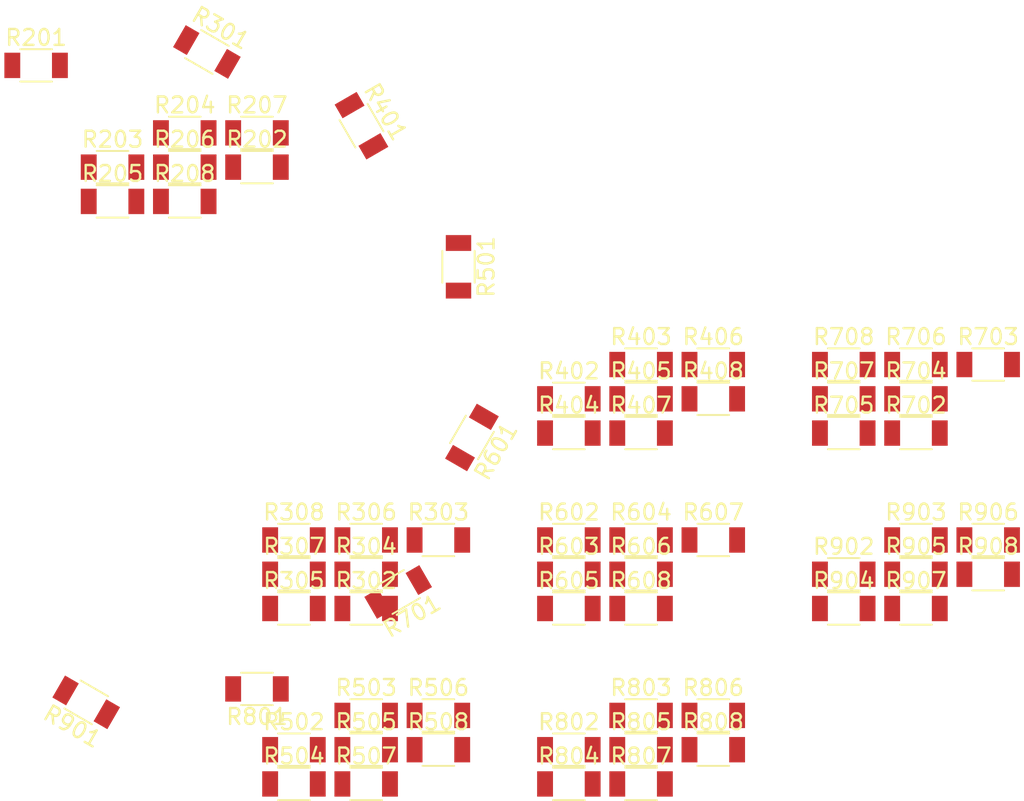
<source format=kicad_pcb>
(kicad_pcb (version 20171130) (host pcbnew "(5.0.2)-1")

  (general
    (thickness 1.6)
    (drawings 0)
    (tracks 0)
    (zones 0)
    (modules 64)
    (nets 129)
  )

  (page A4)
  (layers
    (0 F.Cu signal)
    (31 B.Cu signal)
    (32 B.Adhes user)
    (33 F.Adhes user)
    (34 B.Paste user)
    (35 F.Paste user)
    (36 B.SilkS user)
    (37 F.SilkS user)
    (38 B.Mask user)
    (39 F.Mask user)
    (40 Dwgs.User user)
    (41 Cmts.User user)
    (42 Eco1.User user)
    (43 Eco2.User user)
    (44 Edge.Cuts user)
    (45 Margin user)
    (46 B.CrtYd user)
    (47 F.CrtYd user)
    (48 B.Fab user hide)
    (49 F.Fab user hide)
  )

  (setup
    (last_trace_width 0.25)
    (trace_clearance 0.2)
    (zone_clearance 0.508)
    (zone_45_only no)
    (trace_min 0.2)
    (segment_width 0.2)
    (edge_width 0.15)
    (via_size 0.8)
    (via_drill 0.4)
    (via_min_size 0.4)
    (via_min_drill 0.3)
    (uvia_size 0.3)
    (uvia_drill 0.1)
    (uvias_allowed no)
    (uvia_min_size 0.2)
    (uvia_min_drill 0.1)
    (pcb_text_width 0.3)
    (pcb_text_size 1.5 1.5)
    (mod_edge_width 0.15)
    (mod_text_size 1 1)
    (mod_text_width 0.15)
    (pad_size 1.524 1.524)
    (pad_drill 0.762)
    (pad_to_mask_clearance 0.051)
    (solder_mask_min_width 0.25)
    (aux_axis_origin 0 0)
    (visible_elements 7FFFFF7F)
    (pcbplotparams
      (layerselection 0x010fc_ffffffff)
      (usegerberextensions false)
      (usegerberattributes false)
      (usegerberadvancedattributes false)
      (creategerberjobfile false)
      (excludeedgelayer true)
      (linewidth 0.100000)
      (plotframeref false)
      (viasonmask false)
      (mode 1)
      (useauxorigin false)
      (hpglpennumber 1)
      (hpglpenspeed 20)
      (hpglpendiameter 15.000000)
      (psnegative false)
      (psa4output false)
      (plotreference true)
      (plotvalue true)
      (plotinvisibletext false)
      (padsonsilk false)
      (subtractmaskfromsilk false)
      (outputformat 1)
      (mirror false)
      (drillshape 1)
      (scaleselection 1)
      (outputdirectory ""))
  )

  (net 0 "")
  (net 1 "Net-(R801-Pad1)")
  (net 2 "Net-(R801-Pad2)")
  (net 3 "Net-(R602-Pad2)")
  (net 4 "Net-(R602-Pad1)")
  (net 5 "Net-(R603-Pad1)")
  (net 6 "Net-(R603-Pad2)")
  (net 7 "Net-(R604-Pad2)")
  (net 8 "Net-(R604-Pad1)")
  (net 9 "Net-(R605-Pad1)")
  (net 10 "Net-(R605-Pad2)")
  (net 11 "Net-(R606-Pad2)")
  (net 12 "Net-(R606-Pad1)")
  (net 13 "Net-(R607-Pad1)")
  (net 14 "Net-(R607-Pad2)")
  (net 15 "Net-(R608-Pad2)")
  (net 16 "Net-(R608-Pad1)")
  (net 17 "Net-(R701-Pad1)")
  (net 18 "Net-(R701-Pad2)")
  (net 19 "Net-(R702-Pad2)")
  (net 20 "Net-(R702-Pad1)")
  (net 21 "Net-(R703-Pad1)")
  (net 22 "Net-(R703-Pad2)")
  (net 23 "Net-(R704-Pad2)")
  (net 24 "Net-(R704-Pad1)")
  (net 25 "Net-(R705-Pad1)")
  (net 26 "Net-(R705-Pad2)")
  (net 27 "Net-(R706-Pad2)")
  (net 28 "Net-(R706-Pad1)")
  (net 29 "Net-(R707-Pad1)")
  (net 30 "Net-(R707-Pad2)")
  (net 31 "Net-(R708-Pad2)")
  (net 32 "Net-(R708-Pad1)")
  (net 33 "Net-(R601-Pad1)")
  (net 34 "Net-(R601-Pad2)")
  (net 35 "Net-(R802-Pad2)")
  (net 36 "Net-(R802-Pad1)")
  (net 37 "Net-(R803-Pad1)")
  (net 38 "Net-(R803-Pad2)")
  (net 39 "Net-(R804-Pad2)")
  (net 40 "Net-(R804-Pad1)")
  (net 41 "Net-(R805-Pad1)")
  (net 42 "Net-(R805-Pad2)")
  (net 43 "Net-(R806-Pad2)")
  (net 44 "Net-(R806-Pad1)")
  (net 45 "Net-(R807-Pad1)")
  (net 46 "Net-(R807-Pad2)")
  (net 47 "Net-(R808-Pad2)")
  (net 48 "Net-(R808-Pad1)")
  (net 49 "Net-(R901-Pad1)")
  (net 50 "Net-(R901-Pad2)")
  (net 51 "Net-(R902-Pad2)")
  (net 52 "Net-(R902-Pad1)")
  (net 53 "Net-(R903-Pad1)")
  (net 54 "Net-(R903-Pad2)")
  (net 55 "Net-(R904-Pad2)")
  (net 56 "Net-(R904-Pad1)")
  (net 57 "Net-(R905-Pad1)")
  (net 58 "Net-(R905-Pad2)")
  (net 59 "Net-(R906-Pad2)")
  (net 60 "Net-(R906-Pad1)")
  (net 61 "Net-(R907-Pad1)")
  (net 62 "Net-(R907-Pad2)")
  (net 63 "Net-(R908-Pad2)")
  (net 64 "Net-(R908-Pad1)")
  (net 65 "Net-(R401-Pad1)")
  (net 66 "Net-(R401-Pad2)")
  (net 67 "Net-(R202-Pad2)")
  (net 68 "Net-(R202-Pad1)")
  (net 69 "Net-(R203-Pad1)")
  (net 70 "Net-(R203-Pad2)")
  (net 71 "Net-(R204-Pad2)")
  (net 72 "Net-(R204-Pad1)")
  (net 73 "Net-(R205-Pad1)")
  (net 74 "Net-(R205-Pad2)")
  (net 75 "Net-(R206-Pad2)")
  (net 76 "Net-(R206-Pad1)")
  (net 77 "Net-(R207-Pad1)")
  (net 78 "Net-(R207-Pad2)")
  (net 79 "Net-(R208-Pad2)")
  (net 80 "Net-(R208-Pad1)")
  (net 81 "Net-(R301-Pad1)")
  (net 82 "Net-(R301-Pad2)")
  (net 83 "Net-(R302-Pad2)")
  (net 84 "Net-(R302-Pad1)")
  (net 85 "Net-(R303-Pad1)")
  (net 86 "Net-(R303-Pad2)")
  (net 87 "Net-(R304-Pad2)")
  (net 88 "Net-(R304-Pad1)")
  (net 89 "Net-(R305-Pad1)")
  (net 90 "Net-(R305-Pad2)")
  (net 91 "Net-(R306-Pad2)")
  (net 92 "Net-(R306-Pad1)")
  (net 93 "Net-(R307-Pad1)")
  (net 94 "Net-(R307-Pad2)")
  (net 95 "Net-(R308-Pad2)")
  (net 96 "Net-(R308-Pad1)")
  (net 97 "Net-(R201-Pad1)")
  (net 98 "Net-(R201-Pad2)")
  (net 99 "Net-(R402-Pad2)")
  (net 100 "Net-(R402-Pad1)")
  (net 101 "Net-(R403-Pad1)")
  (net 102 "Net-(R403-Pad2)")
  (net 103 "Net-(R404-Pad2)")
  (net 104 "Net-(R404-Pad1)")
  (net 105 "Net-(R405-Pad1)")
  (net 106 "Net-(R405-Pad2)")
  (net 107 "Net-(R406-Pad2)")
  (net 108 "Net-(R406-Pad1)")
  (net 109 "Net-(R407-Pad1)")
  (net 110 "Net-(R407-Pad2)")
  (net 111 "Net-(R408-Pad2)")
  (net 112 "Net-(R408-Pad1)")
  (net 113 "Net-(R501-Pad1)")
  (net 114 "Net-(R501-Pad2)")
  (net 115 "Net-(R502-Pad2)")
  (net 116 "Net-(R502-Pad1)")
  (net 117 "Net-(R503-Pad1)")
  (net 118 "Net-(R503-Pad2)")
  (net 119 "Net-(R504-Pad2)")
  (net 120 "Net-(R504-Pad1)")
  (net 121 "Net-(R505-Pad1)")
  (net 122 "Net-(R505-Pad2)")
  (net 123 "Net-(R506-Pad2)")
  (net 124 "Net-(R506-Pad1)")
  (net 125 "Net-(R507-Pad1)")
  (net 126 "Net-(R507-Pad2)")
  (net 127 "Net-(R508-Pad2)")
  (net 128 "Net-(R508-Pad1)")

  (net_class Default "This is the default net class."
    (clearance 0.2)
    (trace_width 0.25)
    (via_dia 0.8)
    (via_drill 0.4)
    (uvia_dia 0.3)
    (uvia_drill 0.1)
    (add_net "Net-(R201-Pad1)")
    (add_net "Net-(R201-Pad2)")
    (add_net "Net-(R202-Pad1)")
    (add_net "Net-(R202-Pad2)")
    (add_net "Net-(R203-Pad1)")
    (add_net "Net-(R203-Pad2)")
    (add_net "Net-(R204-Pad1)")
    (add_net "Net-(R204-Pad2)")
    (add_net "Net-(R205-Pad1)")
    (add_net "Net-(R205-Pad2)")
    (add_net "Net-(R206-Pad1)")
    (add_net "Net-(R206-Pad2)")
    (add_net "Net-(R207-Pad1)")
    (add_net "Net-(R207-Pad2)")
    (add_net "Net-(R208-Pad1)")
    (add_net "Net-(R208-Pad2)")
    (add_net "Net-(R301-Pad1)")
    (add_net "Net-(R301-Pad2)")
    (add_net "Net-(R302-Pad1)")
    (add_net "Net-(R302-Pad2)")
    (add_net "Net-(R303-Pad1)")
    (add_net "Net-(R303-Pad2)")
    (add_net "Net-(R304-Pad1)")
    (add_net "Net-(R304-Pad2)")
    (add_net "Net-(R305-Pad1)")
    (add_net "Net-(R305-Pad2)")
    (add_net "Net-(R306-Pad1)")
    (add_net "Net-(R306-Pad2)")
    (add_net "Net-(R307-Pad1)")
    (add_net "Net-(R307-Pad2)")
    (add_net "Net-(R308-Pad1)")
    (add_net "Net-(R308-Pad2)")
    (add_net "Net-(R401-Pad1)")
    (add_net "Net-(R401-Pad2)")
    (add_net "Net-(R402-Pad1)")
    (add_net "Net-(R402-Pad2)")
    (add_net "Net-(R403-Pad1)")
    (add_net "Net-(R403-Pad2)")
    (add_net "Net-(R404-Pad1)")
    (add_net "Net-(R404-Pad2)")
    (add_net "Net-(R405-Pad1)")
    (add_net "Net-(R405-Pad2)")
    (add_net "Net-(R406-Pad1)")
    (add_net "Net-(R406-Pad2)")
    (add_net "Net-(R407-Pad1)")
    (add_net "Net-(R407-Pad2)")
    (add_net "Net-(R408-Pad1)")
    (add_net "Net-(R408-Pad2)")
    (add_net "Net-(R501-Pad1)")
    (add_net "Net-(R501-Pad2)")
    (add_net "Net-(R502-Pad1)")
    (add_net "Net-(R502-Pad2)")
    (add_net "Net-(R503-Pad1)")
    (add_net "Net-(R503-Pad2)")
    (add_net "Net-(R504-Pad1)")
    (add_net "Net-(R504-Pad2)")
    (add_net "Net-(R505-Pad1)")
    (add_net "Net-(R505-Pad2)")
    (add_net "Net-(R506-Pad1)")
    (add_net "Net-(R506-Pad2)")
    (add_net "Net-(R507-Pad1)")
    (add_net "Net-(R507-Pad2)")
    (add_net "Net-(R508-Pad1)")
    (add_net "Net-(R508-Pad2)")
    (add_net "Net-(R601-Pad1)")
    (add_net "Net-(R601-Pad2)")
    (add_net "Net-(R602-Pad1)")
    (add_net "Net-(R602-Pad2)")
    (add_net "Net-(R603-Pad1)")
    (add_net "Net-(R603-Pad2)")
    (add_net "Net-(R604-Pad1)")
    (add_net "Net-(R604-Pad2)")
    (add_net "Net-(R605-Pad1)")
    (add_net "Net-(R605-Pad2)")
    (add_net "Net-(R606-Pad1)")
    (add_net "Net-(R606-Pad2)")
    (add_net "Net-(R607-Pad1)")
    (add_net "Net-(R607-Pad2)")
    (add_net "Net-(R608-Pad1)")
    (add_net "Net-(R608-Pad2)")
    (add_net "Net-(R701-Pad1)")
    (add_net "Net-(R701-Pad2)")
    (add_net "Net-(R702-Pad1)")
    (add_net "Net-(R702-Pad2)")
    (add_net "Net-(R703-Pad1)")
    (add_net "Net-(R703-Pad2)")
    (add_net "Net-(R704-Pad1)")
    (add_net "Net-(R704-Pad2)")
    (add_net "Net-(R705-Pad1)")
    (add_net "Net-(R705-Pad2)")
    (add_net "Net-(R706-Pad1)")
    (add_net "Net-(R706-Pad2)")
    (add_net "Net-(R707-Pad1)")
    (add_net "Net-(R707-Pad2)")
    (add_net "Net-(R708-Pad1)")
    (add_net "Net-(R708-Pad2)")
    (add_net "Net-(R801-Pad1)")
    (add_net "Net-(R801-Pad2)")
    (add_net "Net-(R802-Pad1)")
    (add_net "Net-(R802-Pad2)")
    (add_net "Net-(R803-Pad1)")
    (add_net "Net-(R803-Pad2)")
    (add_net "Net-(R804-Pad1)")
    (add_net "Net-(R804-Pad2)")
    (add_net "Net-(R805-Pad1)")
    (add_net "Net-(R805-Pad2)")
    (add_net "Net-(R806-Pad1)")
    (add_net "Net-(R806-Pad2)")
    (add_net "Net-(R807-Pad1)")
    (add_net "Net-(R807-Pad2)")
    (add_net "Net-(R808-Pad1)")
    (add_net "Net-(R808-Pad2)")
    (add_net "Net-(R901-Pad1)")
    (add_net "Net-(R901-Pad2)")
    (add_net "Net-(R902-Pad1)")
    (add_net "Net-(R902-Pad2)")
    (add_net "Net-(R903-Pad1)")
    (add_net "Net-(R903-Pad2)")
    (add_net "Net-(R904-Pad1)")
    (add_net "Net-(R904-Pad2)")
    (add_net "Net-(R905-Pad1)")
    (add_net "Net-(R905-Pad2)")
    (add_net "Net-(R906-Pad1)")
    (add_net "Net-(R906-Pad2)")
    (add_net "Net-(R907-Pad1)")
    (add_net "Net-(R907-Pad2)")
    (add_net "Net-(R908-Pad1)")
    (add_net "Net-(R908-Pad2)")
  )

  (module Passives:R1206M (layer F.Cu) (tedit 5A956603) (tstamp 5C6977F7)
    (at 69.160001 72.350001)
    (descr "Capacitor SMD 1206, reflow soldering, AVX (see smccp.pdf)")
    (tags "capacitor 1206")
    (path /5C66F732/5C66F921)
    (attr smd)
    (fp_text reference R508 (at 0 -1.75) (layer F.SilkS)
      (effects (font (size 1 1) (thickness 0.15)))
    )
    (fp_text value 1k (at 0 2) (layer F.Fab) hide
      (effects (font (size 1 1) (thickness 0.15)))
    )
    (fp_line (start 2.25 1.05) (end -2.25 1.05) (layer F.CrtYd) (width 0.05))
    (fp_line (start 2.25 1.05) (end 2.25 -1.05) (layer F.CrtYd) (width 0.05))
    (fp_line (start -2.25 -1.05) (end -2.25 1.05) (layer F.CrtYd) (width 0.05))
    (fp_line (start -2.25 -1.05) (end 2.25 -1.05) (layer F.CrtYd) (width 0.05))
    (fp_line (start -1 1.02) (end 1 1.02) (layer F.SilkS) (width 0.12))
    (fp_line (start 1 -1.02) (end -1 -1.02) (layer F.SilkS) (width 0.12))
    (fp_line (start -1.6 -0.8) (end 1.6 -0.8) (layer F.Fab) (width 0.1))
    (fp_line (start 1.6 -0.8) (end 1.6 0.8) (layer F.Fab) (width 0.1))
    (fp_line (start 1.6 0.8) (end -1.6 0.8) (layer F.Fab) (width 0.1))
    (fp_line (start -1.6 0.8) (end -1.6 -0.8) (layer F.Fab) (width 0.1))
    (fp_text user %R (at 0 0) (layer F.Fab)
      (effects (font (size 0.5 0.5) (thickness 0.07)))
    )
    (pad 2 smd rect (at 1.5 0) (size 1 1.6) (layers F.Cu F.Paste F.Mask)
      (net 127 "Net-(R508-Pad2)"))
    (pad 1 smd rect (at -1.5 0) (size 1 1.6) (layers F.Cu F.Paste F.Mask)
      (net 128 "Net-(R508-Pad1)"))
    (model ${KISYS3DMOD}/Resistor_SMD.3dshapes/R_1206_3216Metric.wrl
      (at (xyz 0 0 0))
      (scale (xyz 1 1 1))
      (rotate (xyz 0 0 0))
    )
  )

  (module Passives:R1206M (layer F.Cu) (tedit 5A956603) (tstamp 5C6977E6)
    (at 64.610001 74.510001)
    (descr "Capacitor SMD 1206, reflow soldering, AVX (see smccp.pdf)")
    (tags "capacitor 1206")
    (path /5C66F732/5C66F8FB)
    (attr smd)
    (fp_text reference R507 (at 0 -1.75) (layer F.SilkS)
      (effects (font (size 1 1) (thickness 0.15)))
    )
    (fp_text value 1k (at 0 2) (layer F.Fab) hide
      (effects (font (size 1 1) (thickness 0.15)))
    )
    (fp_text user %R (at 0 0) (layer F.Fab)
      (effects (font (size 0.5 0.5) (thickness 0.07)))
    )
    (fp_line (start -1.6 0.8) (end -1.6 -0.8) (layer F.Fab) (width 0.1))
    (fp_line (start 1.6 0.8) (end -1.6 0.8) (layer F.Fab) (width 0.1))
    (fp_line (start 1.6 -0.8) (end 1.6 0.8) (layer F.Fab) (width 0.1))
    (fp_line (start -1.6 -0.8) (end 1.6 -0.8) (layer F.Fab) (width 0.1))
    (fp_line (start 1 -1.02) (end -1 -1.02) (layer F.SilkS) (width 0.12))
    (fp_line (start -1 1.02) (end 1 1.02) (layer F.SilkS) (width 0.12))
    (fp_line (start -2.25 -1.05) (end 2.25 -1.05) (layer F.CrtYd) (width 0.05))
    (fp_line (start -2.25 -1.05) (end -2.25 1.05) (layer F.CrtYd) (width 0.05))
    (fp_line (start 2.25 1.05) (end 2.25 -1.05) (layer F.CrtYd) (width 0.05))
    (fp_line (start 2.25 1.05) (end -2.25 1.05) (layer F.CrtYd) (width 0.05))
    (pad 1 smd rect (at -1.5 0) (size 1 1.6) (layers F.Cu F.Paste F.Mask)
      (net 125 "Net-(R507-Pad1)"))
    (pad 2 smd rect (at 1.5 0) (size 1 1.6) (layers F.Cu F.Paste F.Mask)
      (net 126 "Net-(R507-Pad2)"))
    (model ${KISYS3DMOD}/Resistor_SMD.3dshapes/R_1206_3216Metric.wrl
      (at (xyz 0 0 0))
      (scale (xyz 1 1 1))
      (rotate (xyz 0 0 0))
    )
  )

  (module Passives:R1206M (layer F.Cu) (tedit 5A956603) (tstamp 5C6977D5)
    (at 69.160001 70.190001)
    (descr "Capacitor SMD 1206, reflow soldering, AVX (see smccp.pdf)")
    (tags "capacitor 1206")
    (path /5C66F732/5C66F8D7)
    (attr smd)
    (fp_text reference R506 (at 0 -1.75) (layer F.SilkS)
      (effects (font (size 1 1) (thickness 0.15)))
    )
    (fp_text value 1k (at 0 2) (layer F.Fab) hide
      (effects (font (size 1 1) (thickness 0.15)))
    )
    (fp_line (start 2.25 1.05) (end -2.25 1.05) (layer F.CrtYd) (width 0.05))
    (fp_line (start 2.25 1.05) (end 2.25 -1.05) (layer F.CrtYd) (width 0.05))
    (fp_line (start -2.25 -1.05) (end -2.25 1.05) (layer F.CrtYd) (width 0.05))
    (fp_line (start -2.25 -1.05) (end 2.25 -1.05) (layer F.CrtYd) (width 0.05))
    (fp_line (start -1 1.02) (end 1 1.02) (layer F.SilkS) (width 0.12))
    (fp_line (start 1 -1.02) (end -1 -1.02) (layer F.SilkS) (width 0.12))
    (fp_line (start -1.6 -0.8) (end 1.6 -0.8) (layer F.Fab) (width 0.1))
    (fp_line (start 1.6 -0.8) (end 1.6 0.8) (layer F.Fab) (width 0.1))
    (fp_line (start 1.6 0.8) (end -1.6 0.8) (layer F.Fab) (width 0.1))
    (fp_line (start -1.6 0.8) (end -1.6 -0.8) (layer F.Fab) (width 0.1))
    (fp_text user %R (at 0 0) (layer F.Fab)
      (effects (font (size 0.5 0.5) (thickness 0.07)))
    )
    (pad 2 smd rect (at 1.5 0) (size 1 1.6) (layers F.Cu F.Paste F.Mask)
      (net 123 "Net-(R506-Pad2)"))
    (pad 1 smd rect (at -1.5 0) (size 1 1.6) (layers F.Cu F.Paste F.Mask)
      (net 124 "Net-(R506-Pad1)"))
    (model ${KISYS3DMOD}/Resistor_SMD.3dshapes/R_1206_3216Metric.wrl
      (at (xyz 0 0 0))
      (scale (xyz 1 1 1))
      (rotate (xyz 0 0 0))
    )
  )

  (module Passives:R1206M (layer F.Cu) (tedit 5A956603) (tstamp 5C6977C4)
    (at 64.610001 72.350001)
    (descr "Capacitor SMD 1206, reflow soldering, AVX (see smccp.pdf)")
    (tags "capacitor 1206")
    (path /5C66F732/5C66F897)
    (attr smd)
    (fp_text reference R505 (at 0 -1.75) (layer F.SilkS)
      (effects (font (size 1 1) (thickness 0.15)))
    )
    (fp_text value 1k (at 0 2) (layer F.Fab) hide
      (effects (font (size 1 1) (thickness 0.15)))
    )
    (fp_text user %R (at 0 0) (layer F.Fab)
      (effects (font (size 0.5 0.5) (thickness 0.07)))
    )
    (fp_line (start -1.6 0.8) (end -1.6 -0.8) (layer F.Fab) (width 0.1))
    (fp_line (start 1.6 0.8) (end -1.6 0.8) (layer F.Fab) (width 0.1))
    (fp_line (start 1.6 -0.8) (end 1.6 0.8) (layer F.Fab) (width 0.1))
    (fp_line (start -1.6 -0.8) (end 1.6 -0.8) (layer F.Fab) (width 0.1))
    (fp_line (start 1 -1.02) (end -1 -1.02) (layer F.SilkS) (width 0.12))
    (fp_line (start -1 1.02) (end 1 1.02) (layer F.SilkS) (width 0.12))
    (fp_line (start -2.25 -1.05) (end 2.25 -1.05) (layer F.CrtYd) (width 0.05))
    (fp_line (start -2.25 -1.05) (end -2.25 1.05) (layer F.CrtYd) (width 0.05))
    (fp_line (start 2.25 1.05) (end 2.25 -1.05) (layer F.CrtYd) (width 0.05))
    (fp_line (start 2.25 1.05) (end -2.25 1.05) (layer F.CrtYd) (width 0.05))
    (pad 1 smd rect (at -1.5 0) (size 1 1.6) (layers F.Cu F.Paste F.Mask)
      (net 121 "Net-(R505-Pad1)"))
    (pad 2 smd rect (at 1.5 0) (size 1 1.6) (layers F.Cu F.Paste F.Mask)
      (net 122 "Net-(R505-Pad2)"))
    (model ${KISYS3DMOD}/Resistor_SMD.3dshapes/R_1206_3216Metric.wrl
      (at (xyz 0 0 0))
      (scale (xyz 1 1 1))
      (rotate (xyz 0 0 0))
    )
  )

  (module Passives:R1206M (layer F.Cu) (tedit 5A956603) (tstamp 5C6977B3)
    (at 60.060001 74.510001)
    (descr "Capacitor SMD 1206, reflow soldering, AVX (see smccp.pdf)")
    (tags "capacitor 1206")
    (path /5C66F732/5C66F87B)
    (attr smd)
    (fp_text reference R504 (at 0 -1.75) (layer F.SilkS)
      (effects (font (size 1 1) (thickness 0.15)))
    )
    (fp_text value 1k (at 0 2) (layer F.Fab) hide
      (effects (font (size 1 1) (thickness 0.15)))
    )
    (fp_line (start 2.25 1.05) (end -2.25 1.05) (layer F.CrtYd) (width 0.05))
    (fp_line (start 2.25 1.05) (end 2.25 -1.05) (layer F.CrtYd) (width 0.05))
    (fp_line (start -2.25 -1.05) (end -2.25 1.05) (layer F.CrtYd) (width 0.05))
    (fp_line (start -2.25 -1.05) (end 2.25 -1.05) (layer F.CrtYd) (width 0.05))
    (fp_line (start -1 1.02) (end 1 1.02) (layer F.SilkS) (width 0.12))
    (fp_line (start 1 -1.02) (end -1 -1.02) (layer F.SilkS) (width 0.12))
    (fp_line (start -1.6 -0.8) (end 1.6 -0.8) (layer F.Fab) (width 0.1))
    (fp_line (start 1.6 -0.8) (end 1.6 0.8) (layer F.Fab) (width 0.1))
    (fp_line (start 1.6 0.8) (end -1.6 0.8) (layer F.Fab) (width 0.1))
    (fp_line (start -1.6 0.8) (end -1.6 -0.8) (layer F.Fab) (width 0.1))
    (fp_text user %R (at 0 0) (layer F.Fab)
      (effects (font (size 0.5 0.5) (thickness 0.07)))
    )
    (pad 2 smd rect (at 1.5 0) (size 1 1.6) (layers F.Cu F.Paste F.Mask)
      (net 119 "Net-(R504-Pad2)"))
    (pad 1 smd rect (at -1.5 0) (size 1 1.6) (layers F.Cu F.Paste F.Mask)
      (net 120 "Net-(R504-Pad1)"))
    (model ${KISYS3DMOD}/Resistor_SMD.3dshapes/R_1206_3216Metric.wrl
      (at (xyz 0 0 0))
      (scale (xyz 1 1 1))
      (rotate (xyz 0 0 0))
    )
  )

  (module Passives:R1206M (layer F.Cu) (tedit 5A956603) (tstamp 5C6977A2)
    (at 64.610001 70.190001)
    (descr "Capacitor SMD 1206, reflow soldering, AVX (see smccp.pdf)")
    (tags "capacitor 1206")
    (path /5C66F732/5C66F85D)
    (attr smd)
    (fp_text reference R503 (at 0 -1.75) (layer F.SilkS)
      (effects (font (size 1 1) (thickness 0.15)))
    )
    (fp_text value 1k (at 0 2) (layer F.Fab) hide
      (effects (font (size 1 1) (thickness 0.15)))
    )
    (fp_text user %R (at 0 0) (layer F.Fab)
      (effects (font (size 0.5 0.5) (thickness 0.07)))
    )
    (fp_line (start -1.6 0.8) (end -1.6 -0.8) (layer F.Fab) (width 0.1))
    (fp_line (start 1.6 0.8) (end -1.6 0.8) (layer F.Fab) (width 0.1))
    (fp_line (start 1.6 -0.8) (end 1.6 0.8) (layer F.Fab) (width 0.1))
    (fp_line (start -1.6 -0.8) (end 1.6 -0.8) (layer F.Fab) (width 0.1))
    (fp_line (start 1 -1.02) (end -1 -1.02) (layer F.SilkS) (width 0.12))
    (fp_line (start -1 1.02) (end 1 1.02) (layer F.SilkS) (width 0.12))
    (fp_line (start -2.25 -1.05) (end 2.25 -1.05) (layer F.CrtYd) (width 0.05))
    (fp_line (start -2.25 -1.05) (end -2.25 1.05) (layer F.CrtYd) (width 0.05))
    (fp_line (start 2.25 1.05) (end 2.25 -1.05) (layer F.CrtYd) (width 0.05))
    (fp_line (start 2.25 1.05) (end -2.25 1.05) (layer F.CrtYd) (width 0.05))
    (pad 1 smd rect (at -1.5 0) (size 1 1.6) (layers F.Cu F.Paste F.Mask)
      (net 117 "Net-(R503-Pad1)"))
    (pad 2 smd rect (at 1.5 0) (size 1 1.6) (layers F.Cu F.Paste F.Mask)
      (net 118 "Net-(R503-Pad2)"))
    (model ${KISYS3DMOD}/Resistor_SMD.3dshapes/R_1206_3216Metric.wrl
      (at (xyz 0 0 0))
      (scale (xyz 1 1 1))
      (rotate (xyz 0 0 0))
    )
  )

  (module Passives:R1206M (layer F.Cu) (tedit 5A956603) (tstamp 5C697791)
    (at 60.060001 72.350001)
    (descr "Capacitor SMD 1206, reflow soldering, AVX (see smccp.pdf)")
    (tags "capacitor 1206")
    (path /5C66F732/5C66F845)
    (attr smd)
    (fp_text reference R502 (at 0 -1.75) (layer F.SilkS)
      (effects (font (size 1 1) (thickness 0.15)))
    )
    (fp_text value 1k (at 0 2) (layer F.Fab) hide
      (effects (font (size 1 1) (thickness 0.15)))
    )
    (fp_line (start 2.25 1.05) (end -2.25 1.05) (layer F.CrtYd) (width 0.05))
    (fp_line (start 2.25 1.05) (end 2.25 -1.05) (layer F.CrtYd) (width 0.05))
    (fp_line (start -2.25 -1.05) (end -2.25 1.05) (layer F.CrtYd) (width 0.05))
    (fp_line (start -2.25 -1.05) (end 2.25 -1.05) (layer F.CrtYd) (width 0.05))
    (fp_line (start -1 1.02) (end 1 1.02) (layer F.SilkS) (width 0.12))
    (fp_line (start 1 -1.02) (end -1 -1.02) (layer F.SilkS) (width 0.12))
    (fp_line (start -1.6 -0.8) (end 1.6 -0.8) (layer F.Fab) (width 0.1))
    (fp_line (start 1.6 -0.8) (end 1.6 0.8) (layer F.Fab) (width 0.1))
    (fp_line (start 1.6 0.8) (end -1.6 0.8) (layer F.Fab) (width 0.1))
    (fp_line (start -1.6 0.8) (end -1.6 -0.8) (layer F.Fab) (width 0.1))
    (fp_text user %R (at 0 0) (layer F.Fab)
      (effects (font (size 0.5 0.5) (thickness 0.07)))
    )
    (pad 2 smd rect (at 1.5 0) (size 1 1.6) (layers F.Cu F.Paste F.Mask)
      (net 115 "Net-(R502-Pad2)"))
    (pad 1 smd rect (at -1.5 0) (size 1 1.6) (layers F.Cu F.Paste F.Mask)
      (net 116 "Net-(R502-Pad1)"))
    (model ${KISYS3DMOD}/Resistor_SMD.3dshapes/R_1206_3216Metric.wrl
      (at (xyz 0 0 0))
      (scale (xyz 1 1 1))
      (rotate (xyz 0 0 0))
    )
  )

  (module Passives:R1206M (layer F.Cu) (tedit 5A956603) (tstamp 5C697780)
    (at 70.427502 41.907501 270)
    (descr "Capacitor SMD 1206, reflow soldering, AVX (see smccp.pdf)")
    (tags "capacitor 1206")
    (path /5C66F732/5C66F7B3)
    (attr smd)
    (fp_text reference R501 (at 0 -1.75 270) (layer F.SilkS)
      (effects (font (size 1 1) (thickness 0.15)))
    )
    (fp_text value 1k (at 0 2 270) (layer F.Fab) hide
      (effects (font (size 1 1) (thickness 0.15)))
    )
    (fp_text user %R (at 0 0 270) (layer F.Fab)
      (effects (font (size 0.5 0.5) (thickness 0.07)))
    )
    (fp_line (start -1.6 0.8) (end -1.6 -0.8) (layer F.Fab) (width 0.1))
    (fp_line (start 1.6 0.8) (end -1.6 0.8) (layer F.Fab) (width 0.1))
    (fp_line (start 1.6 -0.8) (end 1.6 0.8) (layer F.Fab) (width 0.1))
    (fp_line (start -1.6 -0.8) (end 1.6 -0.8) (layer F.Fab) (width 0.1))
    (fp_line (start 1 -1.02) (end -1 -1.02) (layer F.SilkS) (width 0.12))
    (fp_line (start -1 1.02) (end 1 1.02) (layer F.SilkS) (width 0.12))
    (fp_line (start -2.25 -1.05) (end 2.25 -1.05) (layer F.CrtYd) (width 0.05))
    (fp_line (start -2.25 -1.05) (end -2.25 1.05) (layer F.CrtYd) (width 0.05))
    (fp_line (start 2.25 1.05) (end 2.25 -1.05) (layer F.CrtYd) (width 0.05))
    (fp_line (start 2.25 1.05) (end -2.25 1.05) (layer F.CrtYd) (width 0.05))
    (pad 1 smd rect (at -1.5 0 270) (size 1 1.6) (layers F.Cu F.Paste F.Mask)
      (net 113 "Net-(R501-Pad1)"))
    (pad 2 smd rect (at 1.5 0 270) (size 1 1.6) (layers F.Cu F.Paste F.Mask)
      (net 114 "Net-(R501-Pad2)"))
    (model ${KISYS3DMOD}/Resistor_SMD.3dshapes/R_1206_3216Metric.wrl
      (at (xyz 0 0 0))
      (scale (xyz 1 1 1))
      (rotate (xyz 0 0 0))
    )
  )

  (module Passives:R1206M (layer F.Cu) (tedit 5A956603) (tstamp 5C69776F)
    (at 86.480001 50.230001)
    (descr "Capacitor SMD 1206, reflow soldering, AVX (see smccp.pdf)")
    (tags "capacitor 1206")
    (path /5C66F730/5C66F921)
    (attr smd)
    (fp_text reference R408 (at 0 -1.75) (layer F.SilkS)
      (effects (font (size 1 1) (thickness 0.15)))
    )
    (fp_text value 1k (at 0 2) (layer F.Fab) hide
      (effects (font (size 1 1) (thickness 0.15)))
    )
    (fp_line (start 2.25 1.05) (end -2.25 1.05) (layer F.CrtYd) (width 0.05))
    (fp_line (start 2.25 1.05) (end 2.25 -1.05) (layer F.CrtYd) (width 0.05))
    (fp_line (start -2.25 -1.05) (end -2.25 1.05) (layer F.CrtYd) (width 0.05))
    (fp_line (start -2.25 -1.05) (end 2.25 -1.05) (layer F.CrtYd) (width 0.05))
    (fp_line (start -1 1.02) (end 1 1.02) (layer F.SilkS) (width 0.12))
    (fp_line (start 1 -1.02) (end -1 -1.02) (layer F.SilkS) (width 0.12))
    (fp_line (start -1.6 -0.8) (end 1.6 -0.8) (layer F.Fab) (width 0.1))
    (fp_line (start 1.6 -0.8) (end 1.6 0.8) (layer F.Fab) (width 0.1))
    (fp_line (start 1.6 0.8) (end -1.6 0.8) (layer F.Fab) (width 0.1))
    (fp_line (start -1.6 0.8) (end -1.6 -0.8) (layer F.Fab) (width 0.1))
    (fp_text user %R (at 0 0) (layer F.Fab)
      (effects (font (size 0.5 0.5) (thickness 0.07)))
    )
    (pad 2 smd rect (at 1.5 0) (size 1 1.6) (layers F.Cu F.Paste F.Mask)
      (net 111 "Net-(R408-Pad2)"))
    (pad 1 smd rect (at -1.5 0) (size 1 1.6) (layers F.Cu F.Paste F.Mask)
      (net 112 "Net-(R408-Pad1)"))
    (model ${KISYS3DMOD}/Resistor_SMD.3dshapes/R_1206_3216Metric.wrl
      (at (xyz 0 0 0))
      (scale (xyz 1 1 1))
      (rotate (xyz 0 0 0))
    )
  )

  (module Passives:R1206M (layer F.Cu) (tedit 5A956603) (tstamp 5C69775E)
    (at 81.930001 52.390001)
    (descr "Capacitor SMD 1206, reflow soldering, AVX (see smccp.pdf)")
    (tags "capacitor 1206")
    (path /5C66F730/5C66F8FB)
    (attr smd)
    (fp_text reference R407 (at 0 -1.75) (layer F.SilkS)
      (effects (font (size 1 1) (thickness 0.15)))
    )
    (fp_text value 1k (at 0 2) (layer F.Fab) hide
      (effects (font (size 1 1) (thickness 0.15)))
    )
    (fp_text user %R (at 0 0) (layer F.Fab)
      (effects (font (size 0.5 0.5) (thickness 0.07)))
    )
    (fp_line (start -1.6 0.8) (end -1.6 -0.8) (layer F.Fab) (width 0.1))
    (fp_line (start 1.6 0.8) (end -1.6 0.8) (layer F.Fab) (width 0.1))
    (fp_line (start 1.6 -0.8) (end 1.6 0.8) (layer F.Fab) (width 0.1))
    (fp_line (start -1.6 -0.8) (end 1.6 -0.8) (layer F.Fab) (width 0.1))
    (fp_line (start 1 -1.02) (end -1 -1.02) (layer F.SilkS) (width 0.12))
    (fp_line (start -1 1.02) (end 1 1.02) (layer F.SilkS) (width 0.12))
    (fp_line (start -2.25 -1.05) (end 2.25 -1.05) (layer F.CrtYd) (width 0.05))
    (fp_line (start -2.25 -1.05) (end -2.25 1.05) (layer F.CrtYd) (width 0.05))
    (fp_line (start 2.25 1.05) (end 2.25 -1.05) (layer F.CrtYd) (width 0.05))
    (fp_line (start 2.25 1.05) (end -2.25 1.05) (layer F.CrtYd) (width 0.05))
    (pad 1 smd rect (at -1.5 0) (size 1 1.6) (layers F.Cu F.Paste F.Mask)
      (net 109 "Net-(R407-Pad1)"))
    (pad 2 smd rect (at 1.5 0) (size 1 1.6) (layers F.Cu F.Paste F.Mask)
      (net 110 "Net-(R407-Pad2)"))
    (model ${KISYS3DMOD}/Resistor_SMD.3dshapes/R_1206_3216Metric.wrl
      (at (xyz 0 0 0))
      (scale (xyz 1 1 1))
      (rotate (xyz 0 0 0))
    )
  )

  (module Passives:R1206M (layer F.Cu) (tedit 5A956603) (tstamp 5C69774D)
    (at 86.480001 48.070001)
    (descr "Capacitor SMD 1206, reflow soldering, AVX (see smccp.pdf)")
    (tags "capacitor 1206")
    (path /5C66F730/5C66F8D7)
    (attr smd)
    (fp_text reference R406 (at 0 -1.75) (layer F.SilkS)
      (effects (font (size 1 1) (thickness 0.15)))
    )
    (fp_text value 1k (at 0 2) (layer F.Fab) hide
      (effects (font (size 1 1) (thickness 0.15)))
    )
    (fp_line (start 2.25 1.05) (end -2.25 1.05) (layer F.CrtYd) (width 0.05))
    (fp_line (start 2.25 1.05) (end 2.25 -1.05) (layer F.CrtYd) (width 0.05))
    (fp_line (start -2.25 -1.05) (end -2.25 1.05) (layer F.CrtYd) (width 0.05))
    (fp_line (start -2.25 -1.05) (end 2.25 -1.05) (layer F.CrtYd) (width 0.05))
    (fp_line (start -1 1.02) (end 1 1.02) (layer F.SilkS) (width 0.12))
    (fp_line (start 1 -1.02) (end -1 -1.02) (layer F.SilkS) (width 0.12))
    (fp_line (start -1.6 -0.8) (end 1.6 -0.8) (layer F.Fab) (width 0.1))
    (fp_line (start 1.6 -0.8) (end 1.6 0.8) (layer F.Fab) (width 0.1))
    (fp_line (start 1.6 0.8) (end -1.6 0.8) (layer F.Fab) (width 0.1))
    (fp_line (start -1.6 0.8) (end -1.6 -0.8) (layer F.Fab) (width 0.1))
    (fp_text user %R (at 0 0) (layer F.Fab)
      (effects (font (size 0.5 0.5) (thickness 0.07)))
    )
    (pad 2 smd rect (at 1.5 0) (size 1 1.6) (layers F.Cu F.Paste F.Mask)
      (net 107 "Net-(R406-Pad2)"))
    (pad 1 smd rect (at -1.5 0) (size 1 1.6) (layers F.Cu F.Paste F.Mask)
      (net 108 "Net-(R406-Pad1)"))
    (model ${KISYS3DMOD}/Resistor_SMD.3dshapes/R_1206_3216Metric.wrl
      (at (xyz 0 0 0))
      (scale (xyz 1 1 1))
      (rotate (xyz 0 0 0))
    )
  )

  (module Passives:R1206M (layer F.Cu) (tedit 5A956603) (tstamp 5C69773C)
    (at 81.930001 50.230001)
    (descr "Capacitor SMD 1206, reflow soldering, AVX (see smccp.pdf)")
    (tags "capacitor 1206")
    (path /5C66F730/5C66F897)
    (attr smd)
    (fp_text reference R405 (at 0 -1.75) (layer F.SilkS)
      (effects (font (size 1 1) (thickness 0.15)))
    )
    (fp_text value 1k (at 0 2) (layer F.Fab) hide
      (effects (font (size 1 1) (thickness 0.15)))
    )
    (fp_text user %R (at 0 0) (layer F.Fab)
      (effects (font (size 0.5 0.5) (thickness 0.07)))
    )
    (fp_line (start -1.6 0.8) (end -1.6 -0.8) (layer F.Fab) (width 0.1))
    (fp_line (start 1.6 0.8) (end -1.6 0.8) (layer F.Fab) (width 0.1))
    (fp_line (start 1.6 -0.8) (end 1.6 0.8) (layer F.Fab) (width 0.1))
    (fp_line (start -1.6 -0.8) (end 1.6 -0.8) (layer F.Fab) (width 0.1))
    (fp_line (start 1 -1.02) (end -1 -1.02) (layer F.SilkS) (width 0.12))
    (fp_line (start -1 1.02) (end 1 1.02) (layer F.SilkS) (width 0.12))
    (fp_line (start -2.25 -1.05) (end 2.25 -1.05) (layer F.CrtYd) (width 0.05))
    (fp_line (start -2.25 -1.05) (end -2.25 1.05) (layer F.CrtYd) (width 0.05))
    (fp_line (start 2.25 1.05) (end 2.25 -1.05) (layer F.CrtYd) (width 0.05))
    (fp_line (start 2.25 1.05) (end -2.25 1.05) (layer F.CrtYd) (width 0.05))
    (pad 1 smd rect (at -1.5 0) (size 1 1.6) (layers F.Cu F.Paste F.Mask)
      (net 105 "Net-(R405-Pad1)"))
    (pad 2 smd rect (at 1.5 0) (size 1 1.6) (layers F.Cu F.Paste F.Mask)
      (net 106 "Net-(R405-Pad2)"))
    (model ${KISYS3DMOD}/Resistor_SMD.3dshapes/R_1206_3216Metric.wrl
      (at (xyz 0 0 0))
      (scale (xyz 1 1 1))
      (rotate (xyz 0 0 0))
    )
  )

  (module Passives:R1206M (layer F.Cu) (tedit 5A956603) (tstamp 5C69772B)
    (at 77.380001 52.390001)
    (descr "Capacitor SMD 1206, reflow soldering, AVX (see smccp.pdf)")
    (tags "capacitor 1206")
    (path /5C66F730/5C66F87B)
    (attr smd)
    (fp_text reference R404 (at 0 -1.75) (layer F.SilkS)
      (effects (font (size 1 1) (thickness 0.15)))
    )
    (fp_text value 1k (at 0 2) (layer F.Fab) hide
      (effects (font (size 1 1) (thickness 0.15)))
    )
    (fp_line (start 2.25 1.05) (end -2.25 1.05) (layer F.CrtYd) (width 0.05))
    (fp_line (start 2.25 1.05) (end 2.25 -1.05) (layer F.CrtYd) (width 0.05))
    (fp_line (start -2.25 -1.05) (end -2.25 1.05) (layer F.CrtYd) (width 0.05))
    (fp_line (start -2.25 -1.05) (end 2.25 -1.05) (layer F.CrtYd) (width 0.05))
    (fp_line (start -1 1.02) (end 1 1.02) (layer F.SilkS) (width 0.12))
    (fp_line (start 1 -1.02) (end -1 -1.02) (layer F.SilkS) (width 0.12))
    (fp_line (start -1.6 -0.8) (end 1.6 -0.8) (layer F.Fab) (width 0.1))
    (fp_line (start 1.6 -0.8) (end 1.6 0.8) (layer F.Fab) (width 0.1))
    (fp_line (start 1.6 0.8) (end -1.6 0.8) (layer F.Fab) (width 0.1))
    (fp_line (start -1.6 0.8) (end -1.6 -0.8) (layer F.Fab) (width 0.1))
    (fp_text user %R (at 0 0) (layer F.Fab)
      (effects (font (size 0.5 0.5) (thickness 0.07)))
    )
    (pad 2 smd rect (at 1.5 0) (size 1 1.6) (layers F.Cu F.Paste F.Mask)
      (net 103 "Net-(R404-Pad2)"))
    (pad 1 smd rect (at -1.5 0) (size 1 1.6) (layers F.Cu F.Paste F.Mask)
      (net 104 "Net-(R404-Pad1)"))
    (model ${KISYS3DMOD}/Resistor_SMD.3dshapes/R_1206_3216Metric.wrl
      (at (xyz 0 0 0))
      (scale (xyz 1 1 1))
      (rotate (xyz 0 0 0))
    )
  )

  (module Passives:R1206M (layer F.Cu) (tedit 5A956603) (tstamp 5C69771A)
    (at 81.930001 48.070001)
    (descr "Capacitor SMD 1206, reflow soldering, AVX (see smccp.pdf)")
    (tags "capacitor 1206")
    (path /5C66F730/5C66F85D)
    (attr smd)
    (fp_text reference R403 (at 0 -1.75) (layer F.SilkS)
      (effects (font (size 1 1) (thickness 0.15)))
    )
    (fp_text value 1k (at 0 2) (layer F.Fab) hide
      (effects (font (size 1 1) (thickness 0.15)))
    )
    (fp_text user %R (at 0 0) (layer F.Fab)
      (effects (font (size 0.5 0.5) (thickness 0.07)))
    )
    (fp_line (start -1.6 0.8) (end -1.6 -0.8) (layer F.Fab) (width 0.1))
    (fp_line (start 1.6 0.8) (end -1.6 0.8) (layer F.Fab) (width 0.1))
    (fp_line (start 1.6 -0.8) (end 1.6 0.8) (layer F.Fab) (width 0.1))
    (fp_line (start -1.6 -0.8) (end 1.6 -0.8) (layer F.Fab) (width 0.1))
    (fp_line (start 1 -1.02) (end -1 -1.02) (layer F.SilkS) (width 0.12))
    (fp_line (start -1 1.02) (end 1 1.02) (layer F.SilkS) (width 0.12))
    (fp_line (start -2.25 -1.05) (end 2.25 -1.05) (layer F.CrtYd) (width 0.05))
    (fp_line (start -2.25 -1.05) (end -2.25 1.05) (layer F.CrtYd) (width 0.05))
    (fp_line (start 2.25 1.05) (end 2.25 -1.05) (layer F.CrtYd) (width 0.05))
    (fp_line (start 2.25 1.05) (end -2.25 1.05) (layer F.CrtYd) (width 0.05))
    (pad 1 smd rect (at -1.5 0) (size 1 1.6) (layers F.Cu F.Paste F.Mask)
      (net 101 "Net-(R403-Pad1)"))
    (pad 2 smd rect (at 1.5 0) (size 1 1.6) (layers F.Cu F.Paste F.Mask)
      (net 102 "Net-(R403-Pad2)"))
    (model ${KISYS3DMOD}/Resistor_SMD.3dshapes/R_1206_3216Metric.wrl
      (at (xyz 0 0 0))
      (scale (xyz 1 1 1))
      (rotate (xyz 0 0 0))
    )
  )

  (module Passives:R1206M (layer F.Cu) (tedit 5A956603) (tstamp 5C697709)
    (at 77.380001 50.230001)
    (descr "Capacitor SMD 1206, reflow soldering, AVX (see smccp.pdf)")
    (tags "capacitor 1206")
    (path /5C66F730/5C66F845)
    (attr smd)
    (fp_text reference R402 (at 0 -1.75) (layer F.SilkS)
      (effects (font (size 1 1) (thickness 0.15)))
    )
    (fp_text value 1k (at 0 2) (layer F.Fab) hide
      (effects (font (size 1 1) (thickness 0.15)))
    )
    (fp_line (start 2.25 1.05) (end -2.25 1.05) (layer F.CrtYd) (width 0.05))
    (fp_line (start 2.25 1.05) (end 2.25 -1.05) (layer F.CrtYd) (width 0.05))
    (fp_line (start -2.25 -1.05) (end -2.25 1.05) (layer F.CrtYd) (width 0.05))
    (fp_line (start -2.25 -1.05) (end 2.25 -1.05) (layer F.CrtYd) (width 0.05))
    (fp_line (start -1 1.02) (end 1 1.02) (layer F.SilkS) (width 0.12))
    (fp_line (start 1 -1.02) (end -1 -1.02) (layer F.SilkS) (width 0.12))
    (fp_line (start -1.6 -0.8) (end 1.6 -0.8) (layer F.Fab) (width 0.1))
    (fp_line (start 1.6 -0.8) (end 1.6 0.8) (layer F.Fab) (width 0.1))
    (fp_line (start 1.6 0.8) (end -1.6 0.8) (layer F.Fab) (width 0.1))
    (fp_line (start -1.6 0.8) (end -1.6 -0.8) (layer F.Fab) (width 0.1))
    (fp_text user %R (at 0 0) (layer F.Fab)
      (effects (font (size 0.5 0.5) (thickness 0.07)))
    )
    (pad 2 smd rect (at 1.5 0) (size 1 1.6) (layers F.Cu F.Paste F.Mask)
      (net 99 "Net-(R402-Pad2)"))
    (pad 1 smd rect (at -1.5 0) (size 1 1.6) (layers F.Cu F.Paste F.Mask)
      (net 100 "Net-(R402-Pad1)"))
    (model ${KISYS3DMOD}/Resistor_SMD.3dshapes/R_1206_3216Metric.wrl
      (at (xyz 0 0 0))
      (scale (xyz 1 1 1))
      (rotate (xyz 0 0 0))
    )
  )

  (module Passives:R1206M (layer F.Cu) (tedit 5A956603) (tstamp 5C6976F8)
    (at 43.815 29.21)
    (descr "Capacitor SMD 1206, reflow soldering, AVX (see smccp.pdf)")
    (tags "capacitor 1206")
    (path /5C66F70D/5C66F7B3)
    (attr smd)
    (fp_text reference R201 (at 0 -1.75) (layer F.SilkS)
      (effects (font (size 1 1) (thickness 0.15)))
    )
    (fp_text value 1k (at 0 2) (layer F.Fab) hide
      (effects (font (size 1 1) (thickness 0.15)))
    )
    (fp_text user %R (at 0 0) (layer F.Fab)
      (effects (font (size 0.5 0.5) (thickness 0.07)))
    )
    (fp_line (start -1.6 0.8) (end -1.6 -0.8) (layer F.Fab) (width 0.1))
    (fp_line (start 1.6 0.8) (end -1.6 0.8) (layer F.Fab) (width 0.1))
    (fp_line (start 1.6 -0.8) (end 1.6 0.8) (layer F.Fab) (width 0.1))
    (fp_line (start -1.6 -0.8) (end 1.6 -0.8) (layer F.Fab) (width 0.1))
    (fp_line (start 1 -1.02) (end -1 -1.02) (layer F.SilkS) (width 0.12))
    (fp_line (start -1 1.02) (end 1 1.02) (layer F.SilkS) (width 0.12))
    (fp_line (start -2.25 -1.05) (end 2.25 -1.05) (layer F.CrtYd) (width 0.05))
    (fp_line (start -2.25 -1.05) (end -2.25 1.05) (layer F.CrtYd) (width 0.05))
    (fp_line (start 2.25 1.05) (end 2.25 -1.05) (layer F.CrtYd) (width 0.05))
    (fp_line (start 2.25 1.05) (end -2.25 1.05) (layer F.CrtYd) (width 0.05))
    (pad 1 smd rect (at -1.5 0) (size 1 1.6) (layers F.Cu F.Paste F.Mask)
      (net 97 "Net-(R201-Pad1)"))
    (pad 2 smd rect (at 1.5 0) (size 1 1.6) (layers F.Cu F.Paste F.Mask)
      (net 98 "Net-(R201-Pad2)"))
    (model ${KISYS3DMOD}/Resistor_SMD.3dshapes/R_1206_3216Metric.wrl
      (at (xyz 0 0 0))
      (scale (xyz 1 1 1))
      (rotate (xyz 0 0 0))
    )
  )

  (module Passives:R1206M (layer F.Cu) (tedit 5A956603) (tstamp 5C6976E7)
    (at 60.060001 59.130001)
    (descr "Capacitor SMD 1206, reflow soldering, AVX (see smccp.pdf)")
    (tags "capacitor 1206")
    (path /5C66F723/5C66F921)
    (attr smd)
    (fp_text reference R308 (at 0 -1.75) (layer F.SilkS)
      (effects (font (size 1 1) (thickness 0.15)))
    )
    (fp_text value 1k (at 0 2) (layer F.Fab) hide
      (effects (font (size 1 1) (thickness 0.15)))
    )
    (fp_line (start 2.25 1.05) (end -2.25 1.05) (layer F.CrtYd) (width 0.05))
    (fp_line (start 2.25 1.05) (end 2.25 -1.05) (layer F.CrtYd) (width 0.05))
    (fp_line (start -2.25 -1.05) (end -2.25 1.05) (layer F.CrtYd) (width 0.05))
    (fp_line (start -2.25 -1.05) (end 2.25 -1.05) (layer F.CrtYd) (width 0.05))
    (fp_line (start -1 1.02) (end 1 1.02) (layer F.SilkS) (width 0.12))
    (fp_line (start 1 -1.02) (end -1 -1.02) (layer F.SilkS) (width 0.12))
    (fp_line (start -1.6 -0.8) (end 1.6 -0.8) (layer F.Fab) (width 0.1))
    (fp_line (start 1.6 -0.8) (end 1.6 0.8) (layer F.Fab) (width 0.1))
    (fp_line (start 1.6 0.8) (end -1.6 0.8) (layer F.Fab) (width 0.1))
    (fp_line (start -1.6 0.8) (end -1.6 -0.8) (layer F.Fab) (width 0.1))
    (fp_text user %R (at 0 0) (layer F.Fab)
      (effects (font (size 0.5 0.5) (thickness 0.07)))
    )
    (pad 2 smd rect (at 1.5 0) (size 1 1.6) (layers F.Cu F.Paste F.Mask)
      (net 95 "Net-(R308-Pad2)"))
    (pad 1 smd rect (at -1.5 0) (size 1 1.6) (layers F.Cu F.Paste F.Mask)
      (net 96 "Net-(R308-Pad1)"))
    (model ${KISYS3DMOD}/Resistor_SMD.3dshapes/R_1206_3216Metric.wrl
      (at (xyz 0 0 0))
      (scale (xyz 1 1 1))
      (rotate (xyz 0 0 0))
    )
  )

  (module Passives:R1206M (layer F.Cu) (tedit 5A956603) (tstamp 5C6976D6)
    (at 60.060001 61.290001)
    (descr "Capacitor SMD 1206, reflow soldering, AVX (see smccp.pdf)")
    (tags "capacitor 1206")
    (path /5C66F723/5C66F8FB)
    (attr smd)
    (fp_text reference R307 (at 0 -1.75) (layer F.SilkS)
      (effects (font (size 1 1) (thickness 0.15)))
    )
    (fp_text value 1k (at 0 2) (layer F.Fab) hide
      (effects (font (size 1 1) (thickness 0.15)))
    )
    (fp_text user %R (at 0 0) (layer F.Fab)
      (effects (font (size 0.5 0.5) (thickness 0.07)))
    )
    (fp_line (start -1.6 0.8) (end -1.6 -0.8) (layer F.Fab) (width 0.1))
    (fp_line (start 1.6 0.8) (end -1.6 0.8) (layer F.Fab) (width 0.1))
    (fp_line (start 1.6 -0.8) (end 1.6 0.8) (layer F.Fab) (width 0.1))
    (fp_line (start -1.6 -0.8) (end 1.6 -0.8) (layer F.Fab) (width 0.1))
    (fp_line (start 1 -1.02) (end -1 -1.02) (layer F.SilkS) (width 0.12))
    (fp_line (start -1 1.02) (end 1 1.02) (layer F.SilkS) (width 0.12))
    (fp_line (start -2.25 -1.05) (end 2.25 -1.05) (layer F.CrtYd) (width 0.05))
    (fp_line (start -2.25 -1.05) (end -2.25 1.05) (layer F.CrtYd) (width 0.05))
    (fp_line (start 2.25 1.05) (end 2.25 -1.05) (layer F.CrtYd) (width 0.05))
    (fp_line (start 2.25 1.05) (end -2.25 1.05) (layer F.CrtYd) (width 0.05))
    (pad 1 smd rect (at -1.5 0) (size 1 1.6) (layers F.Cu F.Paste F.Mask)
      (net 93 "Net-(R307-Pad1)"))
    (pad 2 smd rect (at 1.5 0) (size 1 1.6) (layers F.Cu F.Paste F.Mask)
      (net 94 "Net-(R307-Pad2)"))
    (model ${KISYS3DMOD}/Resistor_SMD.3dshapes/R_1206_3216Metric.wrl
      (at (xyz 0 0 0))
      (scale (xyz 1 1 1))
      (rotate (xyz 0 0 0))
    )
  )

  (module Passives:R1206M (layer F.Cu) (tedit 5A956603) (tstamp 5C6976C5)
    (at 64.610001 59.130001)
    (descr "Capacitor SMD 1206, reflow soldering, AVX (see smccp.pdf)")
    (tags "capacitor 1206")
    (path /5C66F723/5C66F8D7)
    (attr smd)
    (fp_text reference R306 (at 0 -1.75) (layer F.SilkS)
      (effects (font (size 1 1) (thickness 0.15)))
    )
    (fp_text value 1k (at 0 2) (layer F.Fab) hide
      (effects (font (size 1 1) (thickness 0.15)))
    )
    (fp_line (start 2.25 1.05) (end -2.25 1.05) (layer F.CrtYd) (width 0.05))
    (fp_line (start 2.25 1.05) (end 2.25 -1.05) (layer F.CrtYd) (width 0.05))
    (fp_line (start -2.25 -1.05) (end -2.25 1.05) (layer F.CrtYd) (width 0.05))
    (fp_line (start -2.25 -1.05) (end 2.25 -1.05) (layer F.CrtYd) (width 0.05))
    (fp_line (start -1 1.02) (end 1 1.02) (layer F.SilkS) (width 0.12))
    (fp_line (start 1 -1.02) (end -1 -1.02) (layer F.SilkS) (width 0.12))
    (fp_line (start -1.6 -0.8) (end 1.6 -0.8) (layer F.Fab) (width 0.1))
    (fp_line (start 1.6 -0.8) (end 1.6 0.8) (layer F.Fab) (width 0.1))
    (fp_line (start 1.6 0.8) (end -1.6 0.8) (layer F.Fab) (width 0.1))
    (fp_line (start -1.6 0.8) (end -1.6 -0.8) (layer F.Fab) (width 0.1))
    (fp_text user %R (at 0 0) (layer F.Fab)
      (effects (font (size 0.5 0.5) (thickness 0.07)))
    )
    (pad 2 smd rect (at 1.5 0) (size 1 1.6) (layers F.Cu F.Paste F.Mask)
      (net 91 "Net-(R306-Pad2)"))
    (pad 1 smd rect (at -1.5 0) (size 1 1.6) (layers F.Cu F.Paste F.Mask)
      (net 92 "Net-(R306-Pad1)"))
    (model ${KISYS3DMOD}/Resistor_SMD.3dshapes/R_1206_3216Metric.wrl
      (at (xyz 0 0 0))
      (scale (xyz 1 1 1))
      (rotate (xyz 0 0 0))
    )
  )

  (module Passives:R1206M (layer F.Cu) (tedit 5A956603) (tstamp 5C6976B4)
    (at 60.060001 63.450001)
    (descr "Capacitor SMD 1206, reflow soldering, AVX (see smccp.pdf)")
    (tags "capacitor 1206")
    (path /5C66F723/5C66F897)
    (attr smd)
    (fp_text reference R305 (at 0 -1.75) (layer F.SilkS)
      (effects (font (size 1 1) (thickness 0.15)))
    )
    (fp_text value 1k (at 0 2) (layer F.Fab) hide
      (effects (font (size 1 1) (thickness 0.15)))
    )
    (fp_text user %R (at 0 0) (layer F.Fab)
      (effects (font (size 0.5 0.5) (thickness 0.07)))
    )
    (fp_line (start -1.6 0.8) (end -1.6 -0.8) (layer F.Fab) (width 0.1))
    (fp_line (start 1.6 0.8) (end -1.6 0.8) (layer F.Fab) (width 0.1))
    (fp_line (start 1.6 -0.8) (end 1.6 0.8) (layer F.Fab) (width 0.1))
    (fp_line (start -1.6 -0.8) (end 1.6 -0.8) (layer F.Fab) (width 0.1))
    (fp_line (start 1 -1.02) (end -1 -1.02) (layer F.SilkS) (width 0.12))
    (fp_line (start -1 1.02) (end 1 1.02) (layer F.SilkS) (width 0.12))
    (fp_line (start -2.25 -1.05) (end 2.25 -1.05) (layer F.CrtYd) (width 0.05))
    (fp_line (start -2.25 -1.05) (end -2.25 1.05) (layer F.CrtYd) (width 0.05))
    (fp_line (start 2.25 1.05) (end 2.25 -1.05) (layer F.CrtYd) (width 0.05))
    (fp_line (start 2.25 1.05) (end -2.25 1.05) (layer F.CrtYd) (width 0.05))
    (pad 1 smd rect (at -1.5 0) (size 1 1.6) (layers F.Cu F.Paste F.Mask)
      (net 89 "Net-(R305-Pad1)"))
    (pad 2 smd rect (at 1.5 0) (size 1 1.6) (layers F.Cu F.Paste F.Mask)
      (net 90 "Net-(R305-Pad2)"))
    (model ${KISYS3DMOD}/Resistor_SMD.3dshapes/R_1206_3216Metric.wrl
      (at (xyz 0 0 0))
      (scale (xyz 1 1 1))
      (rotate (xyz 0 0 0))
    )
  )

  (module Passives:R1206M (layer F.Cu) (tedit 5A956603) (tstamp 5C6976A3)
    (at 64.610001 61.290001)
    (descr "Capacitor SMD 1206, reflow soldering, AVX (see smccp.pdf)")
    (tags "capacitor 1206")
    (path /5C66F723/5C66F87B)
    (attr smd)
    (fp_text reference R304 (at 0 -1.75) (layer F.SilkS)
      (effects (font (size 1 1) (thickness 0.15)))
    )
    (fp_text value 1k (at 0 2) (layer F.Fab) hide
      (effects (font (size 1 1) (thickness 0.15)))
    )
    (fp_line (start 2.25 1.05) (end -2.25 1.05) (layer F.CrtYd) (width 0.05))
    (fp_line (start 2.25 1.05) (end 2.25 -1.05) (layer F.CrtYd) (width 0.05))
    (fp_line (start -2.25 -1.05) (end -2.25 1.05) (layer F.CrtYd) (width 0.05))
    (fp_line (start -2.25 -1.05) (end 2.25 -1.05) (layer F.CrtYd) (width 0.05))
    (fp_line (start -1 1.02) (end 1 1.02) (layer F.SilkS) (width 0.12))
    (fp_line (start 1 -1.02) (end -1 -1.02) (layer F.SilkS) (width 0.12))
    (fp_line (start -1.6 -0.8) (end 1.6 -0.8) (layer F.Fab) (width 0.1))
    (fp_line (start 1.6 -0.8) (end 1.6 0.8) (layer F.Fab) (width 0.1))
    (fp_line (start 1.6 0.8) (end -1.6 0.8) (layer F.Fab) (width 0.1))
    (fp_line (start -1.6 0.8) (end -1.6 -0.8) (layer F.Fab) (width 0.1))
    (fp_text user %R (at 0 0) (layer F.Fab)
      (effects (font (size 0.5 0.5) (thickness 0.07)))
    )
    (pad 2 smd rect (at 1.5 0) (size 1 1.6) (layers F.Cu F.Paste F.Mask)
      (net 87 "Net-(R304-Pad2)"))
    (pad 1 smd rect (at -1.5 0) (size 1 1.6) (layers F.Cu F.Paste F.Mask)
      (net 88 "Net-(R304-Pad1)"))
    (model ${KISYS3DMOD}/Resistor_SMD.3dshapes/R_1206_3216Metric.wrl
      (at (xyz 0 0 0))
      (scale (xyz 1 1 1))
      (rotate (xyz 0 0 0))
    )
  )

  (module Passives:R1206M (layer F.Cu) (tedit 5A956603) (tstamp 5C697692)
    (at 69.160001 59.130001)
    (descr "Capacitor SMD 1206, reflow soldering, AVX (see smccp.pdf)")
    (tags "capacitor 1206")
    (path /5C66F723/5C66F85D)
    (attr smd)
    (fp_text reference R303 (at 0 -1.75) (layer F.SilkS)
      (effects (font (size 1 1) (thickness 0.15)))
    )
    (fp_text value 1k (at 0 2) (layer F.Fab) hide
      (effects (font (size 1 1) (thickness 0.15)))
    )
    (fp_text user %R (at 0 0) (layer F.Fab)
      (effects (font (size 0.5 0.5) (thickness 0.07)))
    )
    (fp_line (start -1.6 0.8) (end -1.6 -0.8) (layer F.Fab) (width 0.1))
    (fp_line (start 1.6 0.8) (end -1.6 0.8) (layer F.Fab) (width 0.1))
    (fp_line (start 1.6 -0.8) (end 1.6 0.8) (layer F.Fab) (width 0.1))
    (fp_line (start -1.6 -0.8) (end 1.6 -0.8) (layer F.Fab) (width 0.1))
    (fp_line (start 1 -1.02) (end -1 -1.02) (layer F.SilkS) (width 0.12))
    (fp_line (start -1 1.02) (end 1 1.02) (layer F.SilkS) (width 0.12))
    (fp_line (start -2.25 -1.05) (end 2.25 -1.05) (layer F.CrtYd) (width 0.05))
    (fp_line (start -2.25 -1.05) (end -2.25 1.05) (layer F.CrtYd) (width 0.05))
    (fp_line (start 2.25 1.05) (end 2.25 -1.05) (layer F.CrtYd) (width 0.05))
    (fp_line (start 2.25 1.05) (end -2.25 1.05) (layer F.CrtYd) (width 0.05))
    (pad 1 smd rect (at -1.5 0) (size 1 1.6) (layers F.Cu F.Paste F.Mask)
      (net 85 "Net-(R303-Pad1)"))
    (pad 2 smd rect (at 1.5 0) (size 1 1.6) (layers F.Cu F.Paste F.Mask)
      (net 86 "Net-(R303-Pad2)"))
    (model ${KISYS3DMOD}/Resistor_SMD.3dshapes/R_1206_3216Metric.wrl
      (at (xyz 0 0 0))
      (scale (xyz 1 1 1))
      (rotate (xyz 0 0 0))
    )
  )

  (module Passives:R1206M (layer F.Cu) (tedit 5A956603) (tstamp 5C697681)
    (at 64.610001 63.450001)
    (descr "Capacitor SMD 1206, reflow soldering, AVX (see smccp.pdf)")
    (tags "capacitor 1206")
    (path /5C66F723/5C66F845)
    (attr smd)
    (fp_text reference R302 (at 0 -1.75) (layer F.SilkS)
      (effects (font (size 1 1) (thickness 0.15)))
    )
    (fp_text value 1k (at 0 2) (layer F.Fab) hide
      (effects (font (size 1 1) (thickness 0.15)))
    )
    (fp_line (start 2.25 1.05) (end -2.25 1.05) (layer F.CrtYd) (width 0.05))
    (fp_line (start 2.25 1.05) (end 2.25 -1.05) (layer F.CrtYd) (width 0.05))
    (fp_line (start -2.25 -1.05) (end -2.25 1.05) (layer F.CrtYd) (width 0.05))
    (fp_line (start -2.25 -1.05) (end 2.25 -1.05) (layer F.CrtYd) (width 0.05))
    (fp_line (start -1 1.02) (end 1 1.02) (layer F.SilkS) (width 0.12))
    (fp_line (start 1 -1.02) (end -1 -1.02) (layer F.SilkS) (width 0.12))
    (fp_line (start -1.6 -0.8) (end 1.6 -0.8) (layer F.Fab) (width 0.1))
    (fp_line (start 1.6 -0.8) (end 1.6 0.8) (layer F.Fab) (width 0.1))
    (fp_line (start 1.6 0.8) (end -1.6 0.8) (layer F.Fab) (width 0.1))
    (fp_line (start -1.6 0.8) (end -1.6 -0.8) (layer F.Fab) (width 0.1))
    (fp_text user %R (at 0 0) (layer F.Fab)
      (effects (font (size 0.5 0.5) (thickness 0.07)))
    )
    (pad 2 smd rect (at 1.5 0) (size 1 1.6) (layers F.Cu F.Paste F.Mask)
      (net 83 "Net-(R302-Pad2)"))
    (pad 1 smd rect (at -1.5 0) (size 1 1.6) (layers F.Cu F.Paste F.Mask)
      (net 84 "Net-(R302-Pad1)"))
    (model ${KISYS3DMOD}/Resistor_SMD.3dshapes/R_1206_3216Metric.wrl
      (at (xyz 0 0 0))
      (scale (xyz 1 1 1))
      (rotate (xyz 0 0 0))
    )
  )

  (module Passives:R1206M (layer F.Cu) (tedit 5A956603) (tstamp 5C697670)
    (at 54.574629 28.36452 330)
    (descr "Capacitor SMD 1206, reflow soldering, AVX (see smccp.pdf)")
    (tags "capacitor 1206")
    (path /5C66F723/5C66F7B3)
    (attr smd)
    (fp_text reference R301 (at 0 -1.75 330) (layer F.SilkS)
      (effects (font (size 1 1) (thickness 0.15)))
    )
    (fp_text value 1k (at 0 2 330) (layer F.Fab) hide
      (effects (font (size 1 1) (thickness 0.15)))
    )
    (fp_text user %R (at 0 0 330) (layer F.Fab)
      (effects (font (size 0.5 0.5) (thickness 0.07)))
    )
    (fp_line (start -1.6 0.8) (end -1.6 -0.8) (layer F.Fab) (width 0.1))
    (fp_line (start 1.6 0.8) (end -1.6 0.8) (layer F.Fab) (width 0.1))
    (fp_line (start 1.6 -0.8) (end 1.6 0.8) (layer F.Fab) (width 0.1))
    (fp_line (start -1.6 -0.8) (end 1.6 -0.8) (layer F.Fab) (width 0.1))
    (fp_line (start 1 -1.02) (end -1 -1.02) (layer F.SilkS) (width 0.12))
    (fp_line (start -1 1.02) (end 1 1.02) (layer F.SilkS) (width 0.12))
    (fp_line (start -2.25 -1.05) (end 2.25 -1.05) (layer F.CrtYd) (width 0.05))
    (fp_line (start -2.25 -1.05) (end -2.25 1.05) (layer F.CrtYd) (width 0.05))
    (fp_line (start 2.25 1.05) (end 2.25 -1.05) (layer F.CrtYd) (width 0.05))
    (fp_line (start 2.25 1.05) (end -2.25 1.05) (layer F.CrtYd) (width 0.05))
    (pad 1 smd rect (at -1.5 0 330) (size 1 1.6) (layers F.Cu F.Paste F.Mask)
      (net 81 "Net-(R301-Pad1)"))
    (pad 2 smd rect (at 1.5 0 330) (size 1 1.6) (layers F.Cu F.Paste F.Mask)
      (net 82 "Net-(R301-Pad2)"))
    (model ${KISYS3DMOD}/Resistor_SMD.3dshapes/R_1206_3216Metric.wrl
      (at (xyz 0 0 0))
      (scale (xyz 1 1 1))
      (rotate (xyz 0 0 0))
    )
  )

  (module Passives:R1206M (layer F.Cu) (tedit 5A956603) (tstamp 5C69765F)
    (at 53.180001 37.785001)
    (descr "Capacitor SMD 1206, reflow soldering, AVX (see smccp.pdf)")
    (tags "capacitor 1206")
    (path /5C66F70D/5C66F921)
    (attr smd)
    (fp_text reference R208 (at 0 -1.75) (layer F.SilkS)
      (effects (font (size 1 1) (thickness 0.15)))
    )
    (fp_text value 1k (at 0 2) (layer F.Fab) hide
      (effects (font (size 1 1) (thickness 0.15)))
    )
    (fp_line (start 2.25 1.05) (end -2.25 1.05) (layer F.CrtYd) (width 0.05))
    (fp_line (start 2.25 1.05) (end 2.25 -1.05) (layer F.CrtYd) (width 0.05))
    (fp_line (start -2.25 -1.05) (end -2.25 1.05) (layer F.CrtYd) (width 0.05))
    (fp_line (start -2.25 -1.05) (end 2.25 -1.05) (layer F.CrtYd) (width 0.05))
    (fp_line (start -1 1.02) (end 1 1.02) (layer F.SilkS) (width 0.12))
    (fp_line (start 1 -1.02) (end -1 -1.02) (layer F.SilkS) (width 0.12))
    (fp_line (start -1.6 -0.8) (end 1.6 -0.8) (layer F.Fab) (width 0.1))
    (fp_line (start 1.6 -0.8) (end 1.6 0.8) (layer F.Fab) (width 0.1))
    (fp_line (start 1.6 0.8) (end -1.6 0.8) (layer F.Fab) (width 0.1))
    (fp_line (start -1.6 0.8) (end -1.6 -0.8) (layer F.Fab) (width 0.1))
    (fp_text user %R (at 0 0) (layer F.Fab)
      (effects (font (size 0.5 0.5) (thickness 0.07)))
    )
    (pad 2 smd rect (at 1.5 0) (size 1 1.6) (layers F.Cu F.Paste F.Mask)
      (net 79 "Net-(R208-Pad2)"))
    (pad 1 smd rect (at -1.5 0) (size 1 1.6) (layers F.Cu F.Paste F.Mask)
      (net 80 "Net-(R208-Pad1)"))
    (model ${KISYS3DMOD}/Resistor_SMD.3dshapes/R_1206_3216Metric.wrl
      (at (xyz 0 0 0))
      (scale (xyz 1 1 1))
      (rotate (xyz 0 0 0))
    )
  )

  (module Passives:R1206M (layer F.Cu) (tedit 5A956603) (tstamp 5C69764E)
    (at 57.730001 33.465001)
    (descr "Capacitor SMD 1206, reflow soldering, AVX (see smccp.pdf)")
    (tags "capacitor 1206")
    (path /5C66F70D/5C66F8FB)
    (attr smd)
    (fp_text reference R207 (at 0 -1.75) (layer F.SilkS)
      (effects (font (size 1 1) (thickness 0.15)))
    )
    (fp_text value 1k (at 0 2) (layer F.Fab) hide
      (effects (font (size 1 1) (thickness 0.15)))
    )
    (fp_text user %R (at 0 0) (layer F.Fab)
      (effects (font (size 0.5 0.5) (thickness 0.07)))
    )
    (fp_line (start -1.6 0.8) (end -1.6 -0.8) (layer F.Fab) (width 0.1))
    (fp_line (start 1.6 0.8) (end -1.6 0.8) (layer F.Fab) (width 0.1))
    (fp_line (start 1.6 -0.8) (end 1.6 0.8) (layer F.Fab) (width 0.1))
    (fp_line (start -1.6 -0.8) (end 1.6 -0.8) (layer F.Fab) (width 0.1))
    (fp_line (start 1 -1.02) (end -1 -1.02) (layer F.SilkS) (width 0.12))
    (fp_line (start -1 1.02) (end 1 1.02) (layer F.SilkS) (width 0.12))
    (fp_line (start -2.25 -1.05) (end 2.25 -1.05) (layer F.CrtYd) (width 0.05))
    (fp_line (start -2.25 -1.05) (end -2.25 1.05) (layer F.CrtYd) (width 0.05))
    (fp_line (start 2.25 1.05) (end 2.25 -1.05) (layer F.CrtYd) (width 0.05))
    (fp_line (start 2.25 1.05) (end -2.25 1.05) (layer F.CrtYd) (width 0.05))
    (pad 1 smd rect (at -1.5 0) (size 1 1.6) (layers F.Cu F.Paste F.Mask)
      (net 77 "Net-(R207-Pad1)"))
    (pad 2 smd rect (at 1.5 0) (size 1 1.6) (layers F.Cu F.Paste F.Mask)
      (net 78 "Net-(R207-Pad2)"))
    (model ${KISYS3DMOD}/Resistor_SMD.3dshapes/R_1206_3216Metric.wrl
      (at (xyz 0 0 0))
      (scale (xyz 1 1 1))
      (rotate (xyz 0 0 0))
    )
  )

  (module Passives:R1206M (layer F.Cu) (tedit 5A956603) (tstamp 5C69763D)
    (at 53.180001 35.625001)
    (descr "Capacitor SMD 1206, reflow soldering, AVX (see smccp.pdf)")
    (tags "capacitor 1206")
    (path /5C66F70D/5C66F8D7)
    (attr smd)
    (fp_text reference R206 (at 0 -1.75) (layer F.SilkS)
      (effects (font (size 1 1) (thickness 0.15)))
    )
    (fp_text value 1k (at 0 2) (layer F.Fab) hide
      (effects (font (size 1 1) (thickness 0.15)))
    )
    (fp_line (start 2.25 1.05) (end -2.25 1.05) (layer F.CrtYd) (width 0.05))
    (fp_line (start 2.25 1.05) (end 2.25 -1.05) (layer F.CrtYd) (width 0.05))
    (fp_line (start -2.25 -1.05) (end -2.25 1.05) (layer F.CrtYd) (width 0.05))
    (fp_line (start -2.25 -1.05) (end 2.25 -1.05) (layer F.CrtYd) (width 0.05))
    (fp_line (start -1 1.02) (end 1 1.02) (layer F.SilkS) (width 0.12))
    (fp_line (start 1 -1.02) (end -1 -1.02) (layer F.SilkS) (width 0.12))
    (fp_line (start -1.6 -0.8) (end 1.6 -0.8) (layer F.Fab) (width 0.1))
    (fp_line (start 1.6 -0.8) (end 1.6 0.8) (layer F.Fab) (width 0.1))
    (fp_line (start 1.6 0.8) (end -1.6 0.8) (layer F.Fab) (width 0.1))
    (fp_line (start -1.6 0.8) (end -1.6 -0.8) (layer F.Fab) (width 0.1))
    (fp_text user %R (at 0 0) (layer F.Fab)
      (effects (font (size 0.5 0.5) (thickness 0.07)))
    )
    (pad 2 smd rect (at 1.5 0) (size 1 1.6) (layers F.Cu F.Paste F.Mask)
      (net 75 "Net-(R206-Pad2)"))
    (pad 1 smd rect (at -1.5 0) (size 1 1.6) (layers F.Cu F.Paste F.Mask)
      (net 76 "Net-(R206-Pad1)"))
    (model ${KISYS3DMOD}/Resistor_SMD.3dshapes/R_1206_3216Metric.wrl
      (at (xyz 0 0 0))
      (scale (xyz 1 1 1))
      (rotate (xyz 0 0 0))
    )
  )

  (module Passives:R1206M (layer F.Cu) (tedit 5A956603) (tstamp 5C69762C)
    (at 48.630001 37.785001)
    (descr "Capacitor SMD 1206, reflow soldering, AVX (see smccp.pdf)")
    (tags "capacitor 1206")
    (path /5C66F70D/5C66F897)
    (attr smd)
    (fp_text reference R205 (at 0 -1.75) (layer F.SilkS)
      (effects (font (size 1 1) (thickness 0.15)))
    )
    (fp_text value 1k (at 0 2) (layer F.Fab) hide
      (effects (font (size 1 1) (thickness 0.15)))
    )
    (fp_text user %R (at 0 0) (layer F.Fab)
      (effects (font (size 0.5 0.5) (thickness 0.07)))
    )
    (fp_line (start -1.6 0.8) (end -1.6 -0.8) (layer F.Fab) (width 0.1))
    (fp_line (start 1.6 0.8) (end -1.6 0.8) (layer F.Fab) (width 0.1))
    (fp_line (start 1.6 -0.8) (end 1.6 0.8) (layer F.Fab) (width 0.1))
    (fp_line (start -1.6 -0.8) (end 1.6 -0.8) (layer F.Fab) (width 0.1))
    (fp_line (start 1 -1.02) (end -1 -1.02) (layer F.SilkS) (width 0.12))
    (fp_line (start -1 1.02) (end 1 1.02) (layer F.SilkS) (width 0.12))
    (fp_line (start -2.25 -1.05) (end 2.25 -1.05) (layer F.CrtYd) (width 0.05))
    (fp_line (start -2.25 -1.05) (end -2.25 1.05) (layer F.CrtYd) (width 0.05))
    (fp_line (start 2.25 1.05) (end 2.25 -1.05) (layer F.CrtYd) (width 0.05))
    (fp_line (start 2.25 1.05) (end -2.25 1.05) (layer F.CrtYd) (width 0.05))
    (pad 1 smd rect (at -1.5 0) (size 1 1.6) (layers F.Cu F.Paste F.Mask)
      (net 73 "Net-(R205-Pad1)"))
    (pad 2 smd rect (at 1.5 0) (size 1 1.6) (layers F.Cu F.Paste F.Mask)
      (net 74 "Net-(R205-Pad2)"))
    (model ${KISYS3DMOD}/Resistor_SMD.3dshapes/R_1206_3216Metric.wrl
      (at (xyz 0 0 0))
      (scale (xyz 1 1 1))
      (rotate (xyz 0 0 0))
    )
  )

  (module Passives:R1206M (layer F.Cu) (tedit 5A956603) (tstamp 5C69761B)
    (at 53.180001 33.465001)
    (descr "Capacitor SMD 1206, reflow soldering, AVX (see smccp.pdf)")
    (tags "capacitor 1206")
    (path /5C66F70D/5C66F87B)
    (attr smd)
    (fp_text reference R204 (at 0 -1.75) (layer F.SilkS)
      (effects (font (size 1 1) (thickness 0.15)))
    )
    (fp_text value 1k (at 0 2) (layer F.Fab) hide
      (effects (font (size 1 1) (thickness 0.15)))
    )
    (fp_line (start 2.25 1.05) (end -2.25 1.05) (layer F.CrtYd) (width 0.05))
    (fp_line (start 2.25 1.05) (end 2.25 -1.05) (layer F.CrtYd) (width 0.05))
    (fp_line (start -2.25 -1.05) (end -2.25 1.05) (layer F.CrtYd) (width 0.05))
    (fp_line (start -2.25 -1.05) (end 2.25 -1.05) (layer F.CrtYd) (width 0.05))
    (fp_line (start -1 1.02) (end 1 1.02) (layer F.SilkS) (width 0.12))
    (fp_line (start 1 -1.02) (end -1 -1.02) (layer F.SilkS) (width 0.12))
    (fp_line (start -1.6 -0.8) (end 1.6 -0.8) (layer F.Fab) (width 0.1))
    (fp_line (start 1.6 -0.8) (end 1.6 0.8) (layer F.Fab) (width 0.1))
    (fp_line (start 1.6 0.8) (end -1.6 0.8) (layer F.Fab) (width 0.1))
    (fp_line (start -1.6 0.8) (end -1.6 -0.8) (layer F.Fab) (width 0.1))
    (fp_text user %R (at 0 0) (layer F.Fab)
      (effects (font (size 0.5 0.5) (thickness 0.07)))
    )
    (pad 2 smd rect (at 1.5 0) (size 1 1.6) (layers F.Cu F.Paste F.Mask)
      (net 71 "Net-(R204-Pad2)"))
    (pad 1 smd rect (at -1.5 0) (size 1 1.6) (layers F.Cu F.Paste F.Mask)
      (net 72 "Net-(R204-Pad1)"))
    (model ${KISYS3DMOD}/Resistor_SMD.3dshapes/R_1206_3216Metric.wrl
      (at (xyz 0 0 0))
      (scale (xyz 1 1 1))
      (rotate (xyz 0 0 0))
    )
  )

  (module Passives:R1206M (layer F.Cu) (tedit 5A956603) (tstamp 5C69760A)
    (at 48.630001 35.625001)
    (descr "Capacitor SMD 1206, reflow soldering, AVX (see smccp.pdf)")
    (tags "capacitor 1206")
    (path /5C66F70D/5C66F85D)
    (attr smd)
    (fp_text reference R203 (at 0 -1.75) (layer F.SilkS)
      (effects (font (size 1 1) (thickness 0.15)))
    )
    (fp_text value 1k (at 0 2) (layer F.Fab) hide
      (effects (font (size 1 1) (thickness 0.15)))
    )
    (fp_text user %R (at 0 0) (layer F.Fab)
      (effects (font (size 0.5 0.5) (thickness 0.07)))
    )
    (fp_line (start -1.6 0.8) (end -1.6 -0.8) (layer F.Fab) (width 0.1))
    (fp_line (start 1.6 0.8) (end -1.6 0.8) (layer F.Fab) (width 0.1))
    (fp_line (start 1.6 -0.8) (end 1.6 0.8) (layer F.Fab) (width 0.1))
    (fp_line (start -1.6 -0.8) (end 1.6 -0.8) (layer F.Fab) (width 0.1))
    (fp_line (start 1 -1.02) (end -1 -1.02) (layer F.SilkS) (width 0.12))
    (fp_line (start -1 1.02) (end 1 1.02) (layer F.SilkS) (width 0.12))
    (fp_line (start -2.25 -1.05) (end 2.25 -1.05) (layer F.CrtYd) (width 0.05))
    (fp_line (start -2.25 -1.05) (end -2.25 1.05) (layer F.CrtYd) (width 0.05))
    (fp_line (start 2.25 1.05) (end 2.25 -1.05) (layer F.CrtYd) (width 0.05))
    (fp_line (start 2.25 1.05) (end -2.25 1.05) (layer F.CrtYd) (width 0.05))
    (pad 1 smd rect (at -1.5 0) (size 1 1.6) (layers F.Cu F.Paste F.Mask)
      (net 69 "Net-(R203-Pad1)"))
    (pad 2 smd rect (at 1.5 0) (size 1 1.6) (layers F.Cu F.Paste F.Mask)
      (net 70 "Net-(R203-Pad2)"))
    (model ${KISYS3DMOD}/Resistor_SMD.3dshapes/R_1206_3216Metric.wrl
      (at (xyz 0 0 0))
      (scale (xyz 1 1 1))
      (rotate (xyz 0 0 0))
    )
  )

  (module Passives:R1206M (layer F.Cu) (tedit 5A956603) (tstamp 5C6975F9)
    (at 57.730001 35.625001)
    (descr "Capacitor SMD 1206, reflow soldering, AVX (see smccp.pdf)")
    (tags "capacitor 1206")
    (path /5C66F70D/5C66F845)
    (attr smd)
    (fp_text reference R202 (at 0 -1.75) (layer F.SilkS)
      (effects (font (size 1 1) (thickness 0.15)))
    )
    (fp_text value 1k (at 0 2) (layer F.Fab) hide
      (effects (font (size 1 1) (thickness 0.15)))
    )
    (fp_line (start 2.25 1.05) (end -2.25 1.05) (layer F.CrtYd) (width 0.05))
    (fp_line (start 2.25 1.05) (end 2.25 -1.05) (layer F.CrtYd) (width 0.05))
    (fp_line (start -2.25 -1.05) (end -2.25 1.05) (layer F.CrtYd) (width 0.05))
    (fp_line (start -2.25 -1.05) (end 2.25 -1.05) (layer F.CrtYd) (width 0.05))
    (fp_line (start -1 1.02) (end 1 1.02) (layer F.SilkS) (width 0.12))
    (fp_line (start 1 -1.02) (end -1 -1.02) (layer F.SilkS) (width 0.12))
    (fp_line (start -1.6 -0.8) (end 1.6 -0.8) (layer F.Fab) (width 0.1))
    (fp_line (start 1.6 -0.8) (end 1.6 0.8) (layer F.Fab) (width 0.1))
    (fp_line (start 1.6 0.8) (end -1.6 0.8) (layer F.Fab) (width 0.1))
    (fp_line (start -1.6 0.8) (end -1.6 -0.8) (layer F.Fab) (width 0.1))
    (fp_text user %R (at 0 0) (layer F.Fab)
      (effects (font (size 0.5 0.5) (thickness 0.07)))
    )
    (pad 2 smd rect (at 1.5 0) (size 1 1.6) (layers F.Cu F.Paste F.Mask)
      (net 67 "Net-(R202-Pad2)"))
    (pad 1 smd rect (at -1.5 0) (size 1 1.6) (layers F.Cu F.Paste F.Mask)
      (net 68 "Net-(R202-Pad1)"))
    (model ${KISYS3DMOD}/Resistor_SMD.3dshapes/R_1206_3216Metric.wrl
      (at (xyz 0 0 0))
      (scale (xyz 1 1 1))
      (rotate (xyz 0 0 0))
    )
  )

  (module Passives:R1206M (layer F.Cu) (tedit 5A956603) (tstamp 5C6975E8)
    (at 64.315481 33.012128 300)
    (descr "Capacitor SMD 1206, reflow soldering, AVX (see smccp.pdf)")
    (tags "capacitor 1206")
    (path /5C66F730/5C66F7B3)
    (attr smd)
    (fp_text reference R401 (at 0 -1.75 300) (layer F.SilkS)
      (effects (font (size 1 1) (thickness 0.15)))
    )
    (fp_text value 1k (at 0 2 300) (layer F.Fab) hide
      (effects (font (size 1 1) (thickness 0.15)))
    )
    (fp_text user %R (at 0 0 300) (layer F.Fab)
      (effects (font (size 0.5 0.5) (thickness 0.07)))
    )
    (fp_line (start -1.6 0.8) (end -1.6 -0.8) (layer F.Fab) (width 0.1))
    (fp_line (start 1.6 0.8) (end -1.6 0.8) (layer F.Fab) (width 0.1))
    (fp_line (start 1.6 -0.8) (end 1.6 0.8) (layer F.Fab) (width 0.1))
    (fp_line (start -1.6 -0.8) (end 1.6 -0.8) (layer F.Fab) (width 0.1))
    (fp_line (start 1 -1.02) (end -1 -1.02) (layer F.SilkS) (width 0.12))
    (fp_line (start -1 1.02) (end 1 1.02) (layer F.SilkS) (width 0.12))
    (fp_line (start -2.25 -1.05) (end 2.25 -1.05) (layer F.CrtYd) (width 0.05))
    (fp_line (start -2.25 -1.05) (end -2.25 1.05) (layer F.CrtYd) (width 0.05))
    (fp_line (start 2.25 1.05) (end 2.25 -1.05) (layer F.CrtYd) (width 0.05))
    (fp_line (start 2.25 1.05) (end -2.25 1.05) (layer F.CrtYd) (width 0.05))
    (pad 1 smd rect (at -1.5 0 300) (size 1 1.6) (layers F.Cu F.Paste F.Mask)
      (net 65 "Net-(R401-Pad1)"))
    (pad 2 smd rect (at 1.5 0 300) (size 1 1.6) (layers F.Cu F.Paste F.Mask)
      (net 66 "Net-(R401-Pad2)"))
    (model ${KISYS3DMOD}/Resistor_SMD.3dshapes/R_1206_3216Metric.wrl
      (at (xyz 0 0 0))
      (scale (xyz 1 1 1))
      (rotate (xyz 0 0 0))
    )
  )

  (module Passives:R1206M (layer F.Cu) (tedit 5A956603) (tstamp 5C6975D7)
    (at 103.800001 61.290001)
    (descr "Capacitor SMD 1206, reflow soldering, AVX (see smccp.pdf)")
    (tags "capacitor 1206")
    (path /5C66F759/5C66F921)
    (attr smd)
    (fp_text reference R908 (at 0 -1.75) (layer F.SilkS)
      (effects (font (size 1 1) (thickness 0.15)))
    )
    (fp_text value 1k (at 0 2) (layer F.Fab) hide
      (effects (font (size 1 1) (thickness 0.15)))
    )
    (fp_line (start 2.25 1.05) (end -2.25 1.05) (layer F.CrtYd) (width 0.05))
    (fp_line (start 2.25 1.05) (end 2.25 -1.05) (layer F.CrtYd) (width 0.05))
    (fp_line (start -2.25 -1.05) (end -2.25 1.05) (layer F.CrtYd) (width 0.05))
    (fp_line (start -2.25 -1.05) (end 2.25 -1.05) (layer F.CrtYd) (width 0.05))
    (fp_line (start -1 1.02) (end 1 1.02) (layer F.SilkS) (width 0.12))
    (fp_line (start 1 -1.02) (end -1 -1.02) (layer F.SilkS) (width 0.12))
    (fp_line (start -1.6 -0.8) (end 1.6 -0.8) (layer F.Fab) (width 0.1))
    (fp_line (start 1.6 -0.8) (end 1.6 0.8) (layer F.Fab) (width 0.1))
    (fp_line (start 1.6 0.8) (end -1.6 0.8) (layer F.Fab) (width 0.1))
    (fp_line (start -1.6 0.8) (end -1.6 -0.8) (layer F.Fab) (width 0.1))
    (fp_text user %R (at 0 0) (layer F.Fab)
      (effects (font (size 0.5 0.5) (thickness 0.07)))
    )
    (pad 2 smd rect (at 1.5 0) (size 1 1.6) (layers F.Cu F.Paste F.Mask)
      (net 63 "Net-(R908-Pad2)"))
    (pad 1 smd rect (at -1.5 0) (size 1 1.6) (layers F.Cu F.Paste F.Mask)
      (net 64 "Net-(R908-Pad1)"))
    (model ${KISYS3DMOD}/Resistor_SMD.3dshapes/R_1206_3216Metric.wrl
      (at (xyz 0 0 0))
      (scale (xyz 1 1 1))
      (rotate (xyz 0 0 0))
    )
  )

  (module Passives:R1206M (layer F.Cu) (tedit 5A956603) (tstamp 5C6975C6)
    (at 99.250001 63.450001)
    (descr "Capacitor SMD 1206, reflow soldering, AVX (see smccp.pdf)")
    (tags "capacitor 1206")
    (path /5C66F759/5C66F8FB)
    (attr smd)
    (fp_text reference R907 (at 0 -1.75) (layer F.SilkS)
      (effects (font (size 1 1) (thickness 0.15)))
    )
    (fp_text value 1k (at 0 2) (layer F.Fab) hide
      (effects (font (size 1 1) (thickness 0.15)))
    )
    (fp_text user %R (at 0 0) (layer F.Fab)
      (effects (font (size 0.5 0.5) (thickness 0.07)))
    )
    (fp_line (start -1.6 0.8) (end -1.6 -0.8) (layer F.Fab) (width 0.1))
    (fp_line (start 1.6 0.8) (end -1.6 0.8) (layer F.Fab) (width 0.1))
    (fp_line (start 1.6 -0.8) (end 1.6 0.8) (layer F.Fab) (width 0.1))
    (fp_line (start -1.6 -0.8) (end 1.6 -0.8) (layer F.Fab) (width 0.1))
    (fp_line (start 1 -1.02) (end -1 -1.02) (layer F.SilkS) (width 0.12))
    (fp_line (start -1 1.02) (end 1 1.02) (layer F.SilkS) (width 0.12))
    (fp_line (start -2.25 -1.05) (end 2.25 -1.05) (layer F.CrtYd) (width 0.05))
    (fp_line (start -2.25 -1.05) (end -2.25 1.05) (layer F.CrtYd) (width 0.05))
    (fp_line (start 2.25 1.05) (end 2.25 -1.05) (layer F.CrtYd) (width 0.05))
    (fp_line (start 2.25 1.05) (end -2.25 1.05) (layer F.CrtYd) (width 0.05))
    (pad 1 smd rect (at -1.5 0) (size 1 1.6) (layers F.Cu F.Paste F.Mask)
      (net 61 "Net-(R907-Pad1)"))
    (pad 2 smd rect (at 1.5 0) (size 1 1.6) (layers F.Cu F.Paste F.Mask)
      (net 62 "Net-(R907-Pad2)"))
    (model ${KISYS3DMOD}/Resistor_SMD.3dshapes/R_1206_3216Metric.wrl
      (at (xyz 0 0 0))
      (scale (xyz 1 1 1))
      (rotate (xyz 0 0 0))
    )
  )

  (module Passives:R1206M (layer F.Cu) (tedit 5A956603) (tstamp 5C6975B5)
    (at 103.800001 59.130001)
    (descr "Capacitor SMD 1206, reflow soldering, AVX (see smccp.pdf)")
    (tags "capacitor 1206")
    (path /5C66F759/5C66F8D7)
    (attr smd)
    (fp_text reference R906 (at 0 -1.75) (layer F.SilkS)
      (effects (font (size 1 1) (thickness 0.15)))
    )
    (fp_text value 1k (at 0 2) (layer F.Fab) hide
      (effects (font (size 1 1) (thickness 0.15)))
    )
    (fp_line (start 2.25 1.05) (end -2.25 1.05) (layer F.CrtYd) (width 0.05))
    (fp_line (start 2.25 1.05) (end 2.25 -1.05) (layer F.CrtYd) (width 0.05))
    (fp_line (start -2.25 -1.05) (end -2.25 1.05) (layer F.CrtYd) (width 0.05))
    (fp_line (start -2.25 -1.05) (end 2.25 -1.05) (layer F.CrtYd) (width 0.05))
    (fp_line (start -1 1.02) (end 1 1.02) (layer F.SilkS) (width 0.12))
    (fp_line (start 1 -1.02) (end -1 -1.02) (layer F.SilkS) (width 0.12))
    (fp_line (start -1.6 -0.8) (end 1.6 -0.8) (layer F.Fab) (width 0.1))
    (fp_line (start 1.6 -0.8) (end 1.6 0.8) (layer F.Fab) (width 0.1))
    (fp_line (start 1.6 0.8) (end -1.6 0.8) (layer F.Fab) (width 0.1))
    (fp_line (start -1.6 0.8) (end -1.6 -0.8) (layer F.Fab) (width 0.1))
    (fp_text user %R (at 0 0) (layer F.Fab)
      (effects (font (size 0.5 0.5) (thickness 0.07)))
    )
    (pad 2 smd rect (at 1.5 0) (size 1 1.6) (layers F.Cu F.Paste F.Mask)
      (net 59 "Net-(R906-Pad2)"))
    (pad 1 smd rect (at -1.5 0) (size 1 1.6) (layers F.Cu F.Paste F.Mask)
      (net 60 "Net-(R906-Pad1)"))
    (model ${KISYS3DMOD}/Resistor_SMD.3dshapes/R_1206_3216Metric.wrl
      (at (xyz 0 0 0))
      (scale (xyz 1 1 1))
      (rotate (xyz 0 0 0))
    )
  )

  (module Passives:R1206M (layer F.Cu) (tedit 5A956603) (tstamp 5C6975A4)
    (at 99.250001 61.290001)
    (descr "Capacitor SMD 1206, reflow soldering, AVX (see smccp.pdf)")
    (tags "capacitor 1206")
    (path /5C66F759/5C66F897)
    (attr smd)
    (fp_text reference R905 (at 0 -1.75) (layer F.SilkS)
      (effects (font (size 1 1) (thickness 0.15)))
    )
    (fp_text value 1k (at 0 2) (layer F.Fab) hide
      (effects (font (size 1 1) (thickness 0.15)))
    )
    (fp_text user %R (at 0 0) (layer F.Fab)
      (effects (font (size 0.5 0.5) (thickness 0.07)))
    )
    (fp_line (start -1.6 0.8) (end -1.6 -0.8) (layer F.Fab) (width 0.1))
    (fp_line (start 1.6 0.8) (end -1.6 0.8) (layer F.Fab) (width 0.1))
    (fp_line (start 1.6 -0.8) (end 1.6 0.8) (layer F.Fab) (width 0.1))
    (fp_line (start -1.6 -0.8) (end 1.6 -0.8) (layer F.Fab) (width 0.1))
    (fp_line (start 1 -1.02) (end -1 -1.02) (layer F.SilkS) (width 0.12))
    (fp_line (start -1 1.02) (end 1 1.02) (layer F.SilkS) (width 0.12))
    (fp_line (start -2.25 -1.05) (end 2.25 -1.05) (layer F.CrtYd) (width 0.05))
    (fp_line (start -2.25 -1.05) (end -2.25 1.05) (layer F.CrtYd) (width 0.05))
    (fp_line (start 2.25 1.05) (end 2.25 -1.05) (layer F.CrtYd) (width 0.05))
    (fp_line (start 2.25 1.05) (end -2.25 1.05) (layer F.CrtYd) (width 0.05))
    (pad 1 smd rect (at -1.5 0) (size 1 1.6) (layers F.Cu F.Paste F.Mask)
      (net 57 "Net-(R905-Pad1)"))
    (pad 2 smd rect (at 1.5 0) (size 1 1.6) (layers F.Cu F.Paste F.Mask)
      (net 58 "Net-(R905-Pad2)"))
    (model ${KISYS3DMOD}/Resistor_SMD.3dshapes/R_1206_3216Metric.wrl
      (at (xyz 0 0 0))
      (scale (xyz 1 1 1))
      (rotate (xyz 0 0 0))
    )
  )

  (module Passives:R1206M (layer F.Cu) (tedit 5A956603) (tstamp 5C697593)
    (at 94.700001 63.450001)
    (descr "Capacitor SMD 1206, reflow soldering, AVX (see smccp.pdf)")
    (tags "capacitor 1206")
    (path /5C66F759/5C66F87B)
    (attr smd)
    (fp_text reference R904 (at 0 -1.75) (layer F.SilkS)
      (effects (font (size 1 1) (thickness 0.15)))
    )
    (fp_text value 1k (at 0 2) (layer F.Fab) hide
      (effects (font (size 1 1) (thickness 0.15)))
    )
    (fp_line (start 2.25 1.05) (end -2.25 1.05) (layer F.CrtYd) (width 0.05))
    (fp_line (start 2.25 1.05) (end 2.25 -1.05) (layer F.CrtYd) (width 0.05))
    (fp_line (start -2.25 -1.05) (end -2.25 1.05) (layer F.CrtYd) (width 0.05))
    (fp_line (start -2.25 -1.05) (end 2.25 -1.05) (layer F.CrtYd) (width 0.05))
    (fp_line (start -1 1.02) (end 1 1.02) (layer F.SilkS) (width 0.12))
    (fp_line (start 1 -1.02) (end -1 -1.02) (layer F.SilkS) (width 0.12))
    (fp_line (start -1.6 -0.8) (end 1.6 -0.8) (layer F.Fab) (width 0.1))
    (fp_line (start 1.6 -0.8) (end 1.6 0.8) (layer F.Fab) (width 0.1))
    (fp_line (start 1.6 0.8) (end -1.6 0.8) (layer F.Fab) (width 0.1))
    (fp_line (start -1.6 0.8) (end -1.6 -0.8) (layer F.Fab) (width 0.1))
    (fp_text user %R (at 0 0) (layer F.Fab)
      (effects (font (size 0.5 0.5) (thickness 0.07)))
    )
    (pad 2 smd rect (at 1.5 0) (size 1 1.6) (layers F.Cu F.Paste F.Mask)
      (net 55 "Net-(R904-Pad2)"))
    (pad 1 smd rect (at -1.5 0) (size 1 1.6) (layers F.Cu F.Paste F.Mask)
      (net 56 "Net-(R904-Pad1)"))
    (model ${KISYS3DMOD}/Resistor_SMD.3dshapes/R_1206_3216Metric.wrl
      (at (xyz 0 0 0))
      (scale (xyz 1 1 1))
      (rotate (xyz 0 0 0))
    )
  )

  (module Passives:R1206M (layer F.Cu) (tedit 5A956603) (tstamp 5C697582)
    (at 99.250001 59.130001)
    (descr "Capacitor SMD 1206, reflow soldering, AVX (see smccp.pdf)")
    (tags "capacitor 1206")
    (path /5C66F759/5C66F85D)
    (attr smd)
    (fp_text reference R903 (at 0 -1.75) (layer F.SilkS)
      (effects (font (size 1 1) (thickness 0.15)))
    )
    (fp_text value 1k (at 0 2) (layer F.Fab) hide
      (effects (font (size 1 1) (thickness 0.15)))
    )
    (fp_text user %R (at 0 0) (layer F.Fab)
      (effects (font (size 0.5 0.5) (thickness 0.07)))
    )
    (fp_line (start -1.6 0.8) (end -1.6 -0.8) (layer F.Fab) (width 0.1))
    (fp_line (start 1.6 0.8) (end -1.6 0.8) (layer F.Fab) (width 0.1))
    (fp_line (start 1.6 -0.8) (end 1.6 0.8) (layer F.Fab) (width 0.1))
    (fp_line (start -1.6 -0.8) (end 1.6 -0.8) (layer F.Fab) (width 0.1))
    (fp_line (start 1 -1.02) (end -1 -1.02) (layer F.SilkS) (width 0.12))
    (fp_line (start -1 1.02) (end 1 1.02) (layer F.SilkS) (width 0.12))
    (fp_line (start -2.25 -1.05) (end 2.25 -1.05) (layer F.CrtYd) (width 0.05))
    (fp_line (start -2.25 -1.05) (end -2.25 1.05) (layer F.CrtYd) (width 0.05))
    (fp_line (start 2.25 1.05) (end 2.25 -1.05) (layer F.CrtYd) (width 0.05))
    (fp_line (start 2.25 1.05) (end -2.25 1.05) (layer F.CrtYd) (width 0.05))
    (pad 1 smd rect (at -1.5 0) (size 1 1.6) (layers F.Cu F.Paste F.Mask)
      (net 53 "Net-(R903-Pad1)"))
    (pad 2 smd rect (at 1.5 0) (size 1 1.6) (layers F.Cu F.Paste F.Mask)
      (net 54 "Net-(R903-Pad2)"))
    (model ${KISYS3DMOD}/Resistor_SMD.3dshapes/R_1206_3216Metric.wrl
      (at (xyz 0 0 0))
      (scale (xyz 1 1 1))
      (rotate (xyz 0 0 0))
    )
  )

  (module Passives:R1206M (layer F.Cu) (tedit 5A956603) (tstamp 5C697571)
    (at 94.700001 61.290001)
    (descr "Capacitor SMD 1206, reflow soldering, AVX (see smccp.pdf)")
    (tags "capacitor 1206")
    (path /5C66F759/5C66F845)
    (attr smd)
    (fp_text reference R902 (at 0 -1.75) (layer F.SilkS)
      (effects (font (size 1 1) (thickness 0.15)))
    )
    (fp_text value 1k (at 0 2) (layer F.Fab) hide
      (effects (font (size 1 1) (thickness 0.15)))
    )
    (fp_line (start 2.25 1.05) (end -2.25 1.05) (layer F.CrtYd) (width 0.05))
    (fp_line (start 2.25 1.05) (end 2.25 -1.05) (layer F.CrtYd) (width 0.05))
    (fp_line (start -2.25 -1.05) (end -2.25 1.05) (layer F.CrtYd) (width 0.05))
    (fp_line (start -2.25 -1.05) (end 2.25 -1.05) (layer F.CrtYd) (width 0.05))
    (fp_line (start -1 1.02) (end 1 1.02) (layer F.SilkS) (width 0.12))
    (fp_line (start 1 -1.02) (end -1 -1.02) (layer F.SilkS) (width 0.12))
    (fp_line (start -1.6 -0.8) (end 1.6 -0.8) (layer F.Fab) (width 0.1))
    (fp_line (start 1.6 -0.8) (end 1.6 0.8) (layer F.Fab) (width 0.1))
    (fp_line (start 1.6 0.8) (end -1.6 0.8) (layer F.Fab) (width 0.1))
    (fp_line (start -1.6 0.8) (end -1.6 -0.8) (layer F.Fab) (width 0.1))
    (fp_text user %R (at 0 0) (layer F.Fab)
      (effects (font (size 0.5 0.5) (thickness 0.07)))
    )
    (pad 2 smd rect (at 1.5 0) (size 1 1.6) (layers F.Cu F.Paste F.Mask)
      (net 51 "Net-(R902-Pad2)"))
    (pad 1 smd rect (at -1.5 0) (size 1 1.6) (layers F.Cu F.Paste F.Mask)
      (net 52 "Net-(R902-Pad1)"))
    (model ${KISYS3DMOD}/Resistor_SMD.3dshapes/R_1206_3216Metric.wrl
      (at (xyz 0 0 0))
      (scale (xyz 1 1 1))
      (rotate (xyz 0 0 0))
    )
  )

  (module Passives:R1206M (layer F.Cu) (tedit 5A956603) (tstamp 5C697560)
    (at 46.970371 69.365483 150)
    (descr "Capacitor SMD 1206, reflow soldering, AVX (see smccp.pdf)")
    (tags "capacitor 1206")
    (path /5C66F759/5C66F7B3)
    (attr smd)
    (fp_text reference R901 (at 0 -1.75 150) (layer F.SilkS)
      (effects (font (size 1 1) (thickness 0.15)))
    )
    (fp_text value 1k (at 0 2 150) (layer F.Fab) hide
      (effects (font (size 1 1) (thickness 0.15)))
    )
    (fp_text user %R (at 0 0 150) (layer F.Fab)
      (effects (font (size 0.5 0.5) (thickness 0.07)))
    )
    (fp_line (start -1.6 0.8) (end -1.6 -0.8) (layer F.Fab) (width 0.1))
    (fp_line (start 1.6 0.8) (end -1.6 0.8) (layer F.Fab) (width 0.1))
    (fp_line (start 1.6 -0.8) (end 1.6 0.8) (layer F.Fab) (width 0.1))
    (fp_line (start -1.6 -0.8) (end 1.6 -0.8) (layer F.Fab) (width 0.1))
    (fp_line (start 1 -1.02) (end -1 -1.02) (layer F.SilkS) (width 0.12))
    (fp_line (start -1 1.02) (end 1 1.02) (layer F.SilkS) (width 0.12))
    (fp_line (start -2.25 -1.05) (end 2.25 -1.05) (layer F.CrtYd) (width 0.05))
    (fp_line (start -2.25 -1.05) (end -2.25 1.05) (layer F.CrtYd) (width 0.05))
    (fp_line (start 2.25 1.05) (end 2.25 -1.05) (layer F.CrtYd) (width 0.05))
    (fp_line (start 2.25 1.05) (end -2.25 1.05) (layer F.CrtYd) (width 0.05))
    (pad 1 smd rect (at -1.5 0 150) (size 1 1.6) (layers F.Cu F.Paste F.Mask)
      (net 49 "Net-(R901-Pad1)"))
    (pad 2 smd rect (at 1.5 0 150) (size 1 1.6) (layers F.Cu F.Paste F.Mask)
      (net 50 "Net-(R901-Pad2)"))
    (model ${KISYS3DMOD}/Resistor_SMD.3dshapes/R_1206_3216Metric.wrl
      (at (xyz 0 0 0))
      (scale (xyz 1 1 1))
      (rotate (xyz 0 0 0))
    )
  )

  (module Passives:R1206M (layer F.Cu) (tedit 5A956603) (tstamp 5C69754F)
    (at 86.480001 72.350001)
    (descr "Capacitor SMD 1206, reflow soldering, AVX (see smccp.pdf)")
    (tags "capacitor 1206")
    (path /5C66F757/5C66F921)
    (attr smd)
    (fp_text reference R808 (at 0 -1.75) (layer F.SilkS)
      (effects (font (size 1 1) (thickness 0.15)))
    )
    (fp_text value 1k (at 0 2) (layer F.Fab) hide
      (effects (font (size 1 1) (thickness 0.15)))
    )
    (fp_line (start 2.25 1.05) (end -2.25 1.05) (layer F.CrtYd) (width 0.05))
    (fp_line (start 2.25 1.05) (end 2.25 -1.05) (layer F.CrtYd) (width 0.05))
    (fp_line (start -2.25 -1.05) (end -2.25 1.05) (layer F.CrtYd) (width 0.05))
    (fp_line (start -2.25 -1.05) (end 2.25 -1.05) (layer F.CrtYd) (width 0.05))
    (fp_line (start -1 1.02) (end 1 1.02) (layer F.SilkS) (width 0.12))
    (fp_line (start 1 -1.02) (end -1 -1.02) (layer F.SilkS) (width 0.12))
    (fp_line (start -1.6 -0.8) (end 1.6 -0.8) (layer F.Fab) (width 0.1))
    (fp_line (start 1.6 -0.8) (end 1.6 0.8) (layer F.Fab) (width 0.1))
    (fp_line (start 1.6 0.8) (end -1.6 0.8) (layer F.Fab) (width 0.1))
    (fp_line (start -1.6 0.8) (end -1.6 -0.8) (layer F.Fab) (width 0.1))
    (fp_text user %R (at 0 0) (layer F.Fab)
      (effects (font (size 0.5 0.5) (thickness 0.07)))
    )
    (pad 2 smd rect (at 1.5 0) (size 1 1.6) (layers F.Cu F.Paste F.Mask)
      (net 47 "Net-(R808-Pad2)"))
    (pad 1 smd rect (at -1.5 0) (size 1 1.6) (layers F.Cu F.Paste F.Mask)
      (net 48 "Net-(R808-Pad1)"))
    (model ${KISYS3DMOD}/Resistor_SMD.3dshapes/R_1206_3216Metric.wrl
      (at (xyz 0 0 0))
      (scale (xyz 1 1 1))
      (rotate (xyz 0 0 0))
    )
  )

  (module Passives:R1206M (layer F.Cu) (tedit 5A956603) (tstamp 5C69753E)
    (at 81.930001 74.510001)
    (descr "Capacitor SMD 1206, reflow soldering, AVX (see smccp.pdf)")
    (tags "capacitor 1206")
    (path /5C66F757/5C66F8FB)
    (attr smd)
    (fp_text reference R807 (at 0 -1.75) (layer F.SilkS)
      (effects (font (size 1 1) (thickness 0.15)))
    )
    (fp_text value 1k (at 0 2) (layer F.Fab) hide
      (effects (font (size 1 1) (thickness 0.15)))
    )
    (fp_text user %R (at 0 0) (layer F.Fab)
      (effects (font (size 0.5 0.5) (thickness 0.07)))
    )
    (fp_line (start -1.6 0.8) (end -1.6 -0.8) (layer F.Fab) (width 0.1))
    (fp_line (start 1.6 0.8) (end -1.6 0.8) (layer F.Fab) (width 0.1))
    (fp_line (start 1.6 -0.8) (end 1.6 0.8) (layer F.Fab) (width 0.1))
    (fp_line (start -1.6 -0.8) (end 1.6 -0.8) (layer F.Fab) (width 0.1))
    (fp_line (start 1 -1.02) (end -1 -1.02) (layer F.SilkS) (width 0.12))
    (fp_line (start -1 1.02) (end 1 1.02) (layer F.SilkS) (width 0.12))
    (fp_line (start -2.25 -1.05) (end 2.25 -1.05) (layer F.CrtYd) (width 0.05))
    (fp_line (start -2.25 -1.05) (end -2.25 1.05) (layer F.CrtYd) (width 0.05))
    (fp_line (start 2.25 1.05) (end 2.25 -1.05) (layer F.CrtYd) (width 0.05))
    (fp_line (start 2.25 1.05) (end -2.25 1.05) (layer F.CrtYd) (width 0.05))
    (pad 1 smd rect (at -1.5 0) (size 1 1.6) (layers F.Cu F.Paste F.Mask)
      (net 45 "Net-(R807-Pad1)"))
    (pad 2 smd rect (at 1.5 0) (size 1 1.6) (layers F.Cu F.Paste F.Mask)
      (net 46 "Net-(R807-Pad2)"))
    (model ${KISYS3DMOD}/Resistor_SMD.3dshapes/R_1206_3216Metric.wrl
      (at (xyz 0 0 0))
      (scale (xyz 1 1 1))
      (rotate (xyz 0 0 0))
    )
  )

  (module Passives:R1206M (layer F.Cu) (tedit 5A956603) (tstamp 5C69752D)
    (at 86.480001 70.190001)
    (descr "Capacitor SMD 1206, reflow soldering, AVX (see smccp.pdf)")
    (tags "capacitor 1206")
    (path /5C66F757/5C66F8D7)
    (attr smd)
    (fp_text reference R806 (at 0 -1.75) (layer F.SilkS)
      (effects (font (size 1 1) (thickness 0.15)))
    )
    (fp_text value 1k (at 0 2) (layer F.Fab) hide
      (effects (font (size 1 1) (thickness 0.15)))
    )
    (fp_line (start 2.25 1.05) (end -2.25 1.05) (layer F.CrtYd) (width 0.05))
    (fp_line (start 2.25 1.05) (end 2.25 -1.05) (layer F.CrtYd) (width 0.05))
    (fp_line (start -2.25 -1.05) (end -2.25 1.05) (layer F.CrtYd) (width 0.05))
    (fp_line (start -2.25 -1.05) (end 2.25 -1.05) (layer F.CrtYd) (width 0.05))
    (fp_line (start -1 1.02) (end 1 1.02) (layer F.SilkS) (width 0.12))
    (fp_line (start 1 -1.02) (end -1 -1.02) (layer F.SilkS) (width 0.12))
    (fp_line (start -1.6 -0.8) (end 1.6 -0.8) (layer F.Fab) (width 0.1))
    (fp_line (start 1.6 -0.8) (end 1.6 0.8) (layer F.Fab) (width 0.1))
    (fp_line (start 1.6 0.8) (end -1.6 0.8) (layer F.Fab) (width 0.1))
    (fp_line (start -1.6 0.8) (end -1.6 -0.8) (layer F.Fab) (width 0.1))
    (fp_text user %R (at 0 0) (layer F.Fab)
      (effects (font (size 0.5 0.5) (thickness 0.07)))
    )
    (pad 2 smd rect (at 1.5 0) (size 1 1.6) (layers F.Cu F.Paste F.Mask)
      (net 43 "Net-(R806-Pad2)"))
    (pad 1 smd rect (at -1.5 0) (size 1 1.6) (layers F.Cu F.Paste F.Mask)
      (net 44 "Net-(R806-Pad1)"))
    (model ${KISYS3DMOD}/Resistor_SMD.3dshapes/R_1206_3216Metric.wrl
      (at (xyz 0 0 0))
      (scale (xyz 1 1 1))
      (rotate (xyz 0 0 0))
    )
  )

  (module Passives:R1206M (layer F.Cu) (tedit 5A956603) (tstamp 5C69751C)
    (at 81.930001 72.350001)
    (descr "Capacitor SMD 1206, reflow soldering, AVX (see smccp.pdf)")
    (tags "capacitor 1206")
    (path /5C66F757/5C66F897)
    (attr smd)
    (fp_text reference R805 (at 0 -1.75) (layer F.SilkS)
      (effects (font (size 1 1) (thickness 0.15)))
    )
    (fp_text value 1k (at 0 2) (layer F.Fab) hide
      (effects (font (size 1 1) (thickness 0.15)))
    )
    (fp_text user %R (at 0 0) (layer F.Fab)
      (effects (font (size 0.5 0.5) (thickness 0.07)))
    )
    (fp_line (start -1.6 0.8) (end -1.6 -0.8) (layer F.Fab) (width 0.1))
    (fp_line (start 1.6 0.8) (end -1.6 0.8) (layer F.Fab) (width 0.1))
    (fp_line (start 1.6 -0.8) (end 1.6 0.8) (layer F.Fab) (width 0.1))
    (fp_line (start -1.6 -0.8) (end 1.6 -0.8) (layer F.Fab) (width 0.1))
    (fp_line (start 1 -1.02) (end -1 -1.02) (layer F.SilkS) (width 0.12))
    (fp_line (start -1 1.02) (end 1 1.02) (layer F.SilkS) (width 0.12))
    (fp_line (start -2.25 -1.05) (end 2.25 -1.05) (layer F.CrtYd) (width 0.05))
    (fp_line (start -2.25 -1.05) (end -2.25 1.05) (layer F.CrtYd) (width 0.05))
    (fp_line (start 2.25 1.05) (end 2.25 -1.05) (layer F.CrtYd) (width 0.05))
    (fp_line (start 2.25 1.05) (end -2.25 1.05) (layer F.CrtYd) (width 0.05))
    (pad 1 smd rect (at -1.5 0) (size 1 1.6) (layers F.Cu F.Paste F.Mask)
      (net 41 "Net-(R805-Pad1)"))
    (pad 2 smd rect (at 1.5 0) (size 1 1.6) (layers F.Cu F.Paste F.Mask)
      (net 42 "Net-(R805-Pad2)"))
    (model ${KISYS3DMOD}/Resistor_SMD.3dshapes/R_1206_3216Metric.wrl
      (at (xyz 0 0 0))
      (scale (xyz 1 1 1))
      (rotate (xyz 0 0 0))
    )
  )

  (module Passives:R1206M (layer F.Cu) (tedit 5A956603) (tstamp 5C69750B)
    (at 77.380001 74.510001)
    (descr "Capacitor SMD 1206, reflow soldering, AVX (see smccp.pdf)")
    (tags "capacitor 1206")
    (path /5C66F757/5C66F87B)
    (attr smd)
    (fp_text reference R804 (at 0 -1.75) (layer F.SilkS)
      (effects (font (size 1 1) (thickness 0.15)))
    )
    (fp_text value 1k (at 0 2) (layer F.Fab) hide
      (effects (font (size 1 1) (thickness 0.15)))
    )
    (fp_line (start 2.25 1.05) (end -2.25 1.05) (layer F.CrtYd) (width 0.05))
    (fp_line (start 2.25 1.05) (end 2.25 -1.05) (layer F.CrtYd) (width 0.05))
    (fp_line (start -2.25 -1.05) (end -2.25 1.05) (layer F.CrtYd) (width 0.05))
    (fp_line (start -2.25 -1.05) (end 2.25 -1.05) (layer F.CrtYd) (width 0.05))
    (fp_line (start -1 1.02) (end 1 1.02) (layer F.SilkS) (width 0.12))
    (fp_line (start 1 -1.02) (end -1 -1.02) (layer F.SilkS) (width 0.12))
    (fp_line (start -1.6 -0.8) (end 1.6 -0.8) (layer F.Fab) (width 0.1))
    (fp_line (start 1.6 -0.8) (end 1.6 0.8) (layer F.Fab) (width 0.1))
    (fp_line (start 1.6 0.8) (end -1.6 0.8) (layer F.Fab) (width 0.1))
    (fp_line (start -1.6 0.8) (end -1.6 -0.8) (layer F.Fab) (width 0.1))
    (fp_text user %R (at 0 0) (layer F.Fab)
      (effects (font (size 0.5 0.5) (thickness 0.07)))
    )
    (pad 2 smd rect (at 1.5 0) (size 1 1.6) (layers F.Cu F.Paste F.Mask)
      (net 39 "Net-(R804-Pad2)"))
    (pad 1 smd rect (at -1.5 0) (size 1 1.6) (layers F.Cu F.Paste F.Mask)
      (net 40 "Net-(R804-Pad1)"))
    (model ${KISYS3DMOD}/Resistor_SMD.3dshapes/R_1206_3216Metric.wrl
      (at (xyz 0 0 0))
      (scale (xyz 1 1 1))
      (rotate (xyz 0 0 0))
    )
  )

  (module Passives:R1206M (layer F.Cu) (tedit 5A956603) (tstamp 5C6974FA)
    (at 81.930001 70.190001)
    (descr "Capacitor SMD 1206, reflow soldering, AVX (see smccp.pdf)")
    (tags "capacitor 1206")
    (path /5C66F757/5C66F85D)
    (attr smd)
    (fp_text reference R803 (at 0 -1.75) (layer F.SilkS)
      (effects (font (size 1 1) (thickness 0.15)))
    )
    (fp_text value 1k (at 0 2) (layer F.Fab) hide
      (effects (font (size 1 1) (thickness 0.15)))
    )
    (fp_text user %R (at 0 0) (layer F.Fab)
      (effects (font (size 0.5 0.5) (thickness 0.07)))
    )
    (fp_line (start -1.6 0.8) (end -1.6 -0.8) (layer F.Fab) (width 0.1))
    (fp_line (start 1.6 0.8) (end -1.6 0.8) (layer F.Fab) (width 0.1))
    (fp_line (start 1.6 -0.8) (end 1.6 0.8) (layer F.Fab) (width 0.1))
    (fp_line (start -1.6 -0.8) (end 1.6 -0.8) (layer F.Fab) (width 0.1))
    (fp_line (start 1 -1.02) (end -1 -1.02) (layer F.SilkS) (width 0.12))
    (fp_line (start -1 1.02) (end 1 1.02) (layer F.SilkS) (width 0.12))
    (fp_line (start -2.25 -1.05) (end 2.25 -1.05) (layer F.CrtYd) (width 0.05))
    (fp_line (start -2.25 -1.05) (end -2.25 1.05) (layer F.CrtYd) (width 0.05))
    (fp_line (start 2.25 1.05) (end 2.25 -1.05) (layer F.CrtYd) (width 0.05))
    (fp_line (start 2.25 1.05) (end -2.25 1.05) (layer F.CrtYd) (width 0.05))
    (pad 1 smd rect (at -1.5 0) (size 1 1.6) (layers F.Cu F.Paste F.Mask)
      (net 37 "Net-(R803-Pad1)"))
    (pad 2 smd rect (at 1.5 0) (size 1 1.6) (layers F.Cu F.Paste F.Mask)
      (net 38 "Net-(R803-Pad2)"))
    (model ${KISYS3DMOD}/Resistor_SMD.3dshapes/R_1206_3216Metric.wrl
      (at (xyz 0 0 0))
      (scale (xyz 1 1 1))
      (rotate (xyz 0 0 0))
    )
  )

  (module Passives:R1206M (layer F.Cu) (tedit 5A956603) (tstamp 5C6974E9)
    (at 77.380001 72.350001)
    (descr "Capacitor SMD 1206, reflow soldering, AVX (see smccp.pdf)")
    (tags "capacitor 1206")
    (path /5C66F757/5C66F845)
    (attr smd)
    (fp_text reference R802 (at 0 -1.75) (layer F.SilkS)
      (effects (font (size 1 1) (thickness 0.15)))
    )
    (fp_text value 1k (at 0 2) (layer F.Fab) hide
      (effects (font (size 1 1) (thickness 0.15)))
    )
    (fp_line (start 2.25 1.05) (end -2.25 1.05) (layer F.CrtYd) (width 0.05))
    (fp_line (start 2.25 1.05) (end 2.25 -1.05) (layer F.CrtYd) (width 0.05))
    (fp_line (start -2.25 -1.05) (end -2.25 1.05) (layer F.CrtYd) (width 0.05))
    (fp_line (start -2.25 -1.05) (end 2.25 -1.05) (layer F.CrtYd) (width 0.05))
    (fp_line (start -1 1.02) (end 1 1.02) (layer F.SilkS) (width 0.12))
    (fp_line (start 1 -1.02) (end -1 -1.02) (layer F.SilkS) (width 0.12))
    (fp_line (start -1.6 -0.8) (end 1.6 -0.8) (layer F.Fab) (width 0.1))
    (fp_line (start 1.6 -0.8) (end 1.6 0.8) (layer F.Fab) (width 0.1))
    (fp_line (start 1.6 0.8) (end -1.6 0.8) (layer F.Fab) (width 0.1))
    (fp_line (start -1.6 0.8) (end -1.6 -0.8) (layer F.Fab) (width 0.1))
    (fp_text user %R (at 0 0) (layer F.Fab)
      (effects (font (size 0.5 0.5) (thickness 0.07)))
    )
    (pad 2 smd rect (at 1.5 0) (size 1 1.6) (layers F.Cu F.Paste F.Mask)
      (net 35 "Net-(R802-Pad2)"))
    (pad 1 smd rect (at -1.5 0) (size 1 1.6) (layers F.Cu F.Paste F.Mask)
      (net 36 "Net-(R802-Pad1)"))
    (model ${KISYS3DMOD}/Resistor_SMD.3dshapes/R_1206_3216Metric.wrl
      (at (xyz 0 0 0))
      (scale (xyz 1 1 1))
      (rotate (xyz 0 0 0))
    )
  )

  (module Passives:R1206M (layer F.Cu) (tedit 5A956603) (tstamp 5C6974D8)
    (at 71.272981 52.66713 240)
    (descr "Capacitor SMD 1206, reflow soldering, AVX (see smccp.pdf)")
    (tags "capacitor 1206")
    (path /5C66F753/5C66F7B3)
    (attr smd)
    (fp_text reference R601 (at 0 -1.75 240) (layer F.SilkS)
      (effects (font (size 1 1) (thickness 0.15)))
    )
    (fp_text value 1k (at 0 2 240) (layer F.Fab) hide
      (effects (font (size 1 1) (thickness 0.15)))
    )
    (fp_text user %R (at 0 0 240) (layer F.Fab)
      (effects (font (size 0.5 0.5) (thickness 0.07)))
    )
    (fp_line (start -1.6 0.8) (end -1.6 -0.8) (layer F.Fab) (width 0.1))
    (fp_line (start 1.6 0.8) (end -1.6 0.8) (layer F.Fab) (width 0.1))
    (fp_line (start 1.6 -0.8) (end 1.6 0.8) (layer F.Fab) (width 0.1))
    (fp_line (start -1.6 -0.8) (end 1.6 -0.8) (layer F.Fab) (width 0.1))
    (fp_line (start 1 -1.02) (end -1 -1.02) (layer F.SilkS) (width 0.12))
    (fp_line (start -1 1.02) (end 1 1.02) (layer F.SilkS) (width 0.12))
    (fp_line (start -2.25 -1.05) (end 2.25 -1.05) (layer F.CrtYd) (width 0.05))
    (fp_line (start -2.25 -1.05) (end -2.25 1.05) (layer F.CrtYd) (width 0.05))
    (fp_line (start 2.25 1.05) (end 2.25 -1.05) (layer F.CrtYd) (width 0.05))
    (fp_line (start 2.25 1.05) (end -2.25 1.05) (layer F.CrtYd) (width 0.05))
    (pad 1 smd rect (at -1.5 0 240) (size 1 1.6) (layers F.Cu F.Paste F.Mask)
      (net 33 "Net-(R601-Pad1)"))
    (pad 2 smd rect (at 1.5 0 240) (size 1 1.6) (layers F.Cu F.Paste F.Mask)
      (net 34 "Net-(R601-Pad2)"))
    (model ${KISYS3DMOD}/Resistor_SMD.3dshapes/R_1206_3216Metric.wrl
      (at (xyz 0 0 0))
      (scale (xyz 1 1 1))
      (rotate (xyz 0 0 0))
    )
  )

  (module Passives:R1206M (layer F.Cu) (tedit 5A956603) (tstamp 5C6974C7)
    (at 94.700001 48.070001)
    (descr "Capacitor SMD 1206, reflow soldering, AVX (see smccp.pdf)")
    (tags "capacitor 1206")
    (path /5C66F755/5C66F921)
    (attr smd)
    (fp_text reference R708 (at 0 -1.75) (layer F.SilkS)
      (effects (font (size 1 1) (thickness 0.15)))
    )
    (fp_text value 1k (at 0 2) (layer F.Fab) hide
      (effects (font (size 1 1) (thickness 0.15)))
    )
    (fp_line (start 2.25 1.05) (end -2.25 1.05) (layer F.CrtYd) (width 0.05))
    (fp_line (start 2.25 1.05) (end 2.25 -1.05) (layer F.CrtYd) (width 0.05))
    (fp_line (start -2.25 -1.05) (end -2.25 1.05) (layer F.CrtYd) (width 0.05))
    (fp_line (start -2.25 -1.05) (end 2.25 -1.05) (layer F.CrtYd) (width 0.05))
    (fp_line (start -1 1.02) (end 1 1.02) (layer F.SilkS) (width 0.12))
    (fp_line (start 1 -1.02) (end -1 -1.02) (layer F.SilkS) (width 0.12))
    (fp_line (start -1.6 -0.8) (end 1.6 -0.8) (layer F.Fab) (width 0.1))
    (fp_line (start 1.6 -0.8) (end 1.6 0.8) (layer F.Fab) (width 0.1))
    (fp_line (start 1.6 0.8) (end -1.6 0.8) (layer F.Fab) (width 0.1))
    (fp_line (start -1.6 0.8) (end -1.6 -0.8) (layer F.Fab) (width 0.1))
    (fp_text user %R (at 0 0) (layer F.Fab)
      (effects (font (size 0.5 0.5) (thickness 0.07)))
    )
    (pad 2 smd rect (at 1.5 0) (size 1 1.6) (layers F.Cu F.Paste F.Mask)
      (net 31 "Net-(R708-Pad2)"))
    (pad 1 smd rect (at -1.5 0) (size 1 1.6) (layers F.Cu F.Paste F.Mask)
      (net 32 "Net-(R708-Pad1)"))
    (model ${KISYS3DMOD}/Resistor_SMD.3dshapes/R_1206_3216Metric.wrl
      (at (xyz 0 0 0))
      (scale (xyz 1 1 1))
      (rotate (xyz 0 0 0))
    )
  )

  (module Passives:R1206M (layer F.Cu) (tedit 5A956603) (tstamp 5C6974B6)
    (at 94.700001 50.230001)
    (descr "Capacitor SMD 1206, reflow soldering, AVX (see smccp.pdf)")
    (tags "capacitor 1206")
    (path /5C66F755/5C66F8FB)
    (attr smd)
    (fp_text reference R707 (at 0 -1.75) (layer F.SilkS)
      (effects (font (size 1 1) (thickness 0.15)))
    )
    (fp_text value 1k (at 0 2) (layer F.Fab) hide
      (effects (font (size 1 1) (thickness 0.15)))
    )
    (fp_text user %R (at 0 0) (layer F.Fab)
      (effects (font (size 0.5 0.5) (thickness 0.07)))
    )
    (fp_line (start -1.6 0.8) (end -1.6 -0.8) (layer F.Fab) (width 0.1))
    (fp_line (start 1.6 0.8) (end -1.6 0.8) (layer F.Fab) (width 0.1))
    (fp_line (start 1.6 -0.8) (end 1.6 0.8) (layer F.Fab) (width 0.1))
    (fp_line (start -1.6 -0.8) (end 1.6 -0.8) (layer F.Fab) (width 0.1))
    (fp_line (start 1 -1.02) (end -1 -1.02) (layer F.SilkS) (width 0.12))
    (fp_line (start -1 1.02) (end 1 1.02) (layer F.SilkS) (width 0.12))
    (fp_line (start -2.25 -1.05) (end 2.25 -1.05) (layer F.CrtYd) (width 0.05))
    (fp_line (start -2.25 -1.05) (end -2.25 1.05) (layer F.CrtYd) (width 0.05))
    (fp_line (start 2.25 1.05) (end 2.25 -1.05) (layer F.CrtYd) (width 0.05))
    (fp_line (start 2.25 1.05) (end -2.25 1.05) (layer F.CrtYd) (width 0.05))
    (pad 1 smd rect (at -1.5 0) (size 1 1.6) (layers F.Cu F.Paste F.Mask)
      (net 29 "Net-(R707-Pad1)"))
    (pad 2 smd rect (at 1.5 0) (size 1 1.6) (layers F.Cu F.Paste F.Mask)
      (net 30 "Net-(R707-Pad2)"))
    (model ${KISYS3DMOD}/Resistor_SMD.3dshapes/R_1206_3216Metric.wrl
      (at (xyz 0 0 0))
      (scale (xyz 1 1 1))
      (rotate (xyz 0 0 0))
    )
  )

  (module Passives:R1206M (layer F.Cu) (tedit 5A956603) (tstamp 5C6974A5)
    (at 99.250001 48.070001)
    (descr "Capacitor SMD 1206, reflow soldering, AVX (see smccp.pdf)")
    (tags "capacitor 1206")
    (path /5C66F755/5C66F8D7)
    (attr smd)
    (fp_text reference R706 (at 0 -1.75) (layer F.SilkS)
      (effects (font (size 1 1) (thickness 0.15)))
    )
    (fp_text value 1k (at 0 2) (layer F.Fab) hide
      (effects (font (size 1 1) (thickness 0.15)))
    )
    (fp_line (start 2.25 1.05) (end -2.25 1.05) (layer F.CrtYd) (width 0.05))
    (fp_line (start 2.25 1.05) (end 2.25 -1.05) (layer F.CrtYd) (width 0.05))
    (fp_line (start -2.25 -1.05) (end -2.25 1.05) (layer F.CrtYd) (width 0.05))
    (fp_line (start -2.25 -1.05) (end 2.25 -1.05) (layer F.CrtYd) (width 0.05))
    (fp_line (start -1 1.02) (end 1 1.02) (layer F.SilkS) (width 0.12))
    (fp_line (start 1 -1.02) (end -1 -1.02) (layer F.SilkS) (width 0.12))
    (fp_line (start -1.6 -0.8) (end 1.6 -0.8) (layer F.Fab) (width 0.1))
    (fp_line (start 1.6 -0.8) (end 1.6 0.8) (layer F.Fab) (width 0.1))
    (fp_line (start 1.6 0.8) (end -1.6 0.8) (layer F.Fab) (width 0.1))
    (fp_line (start -1.6 0.8) (end -1.6 -0.8) (layer F.Fab) (width 0.1))
    (fp_text user %R (at 0 0) (layer F.Fab)
      (effects (font (size 0.5 0.5) (thickness 0.07)))
    )
    (pad 2 smd rect (at 1.5 0) (size 1 1.6) (layers F.Cu F.Paste F.Mask)
      (net 27 "Net-(R706-Pad2)"))
    (pad 1 smd rect (at -1.5 0) (size 1 1.6) (layers F.Cu F.Paste F.Mask)
      (net 28 "Net-(R706-Pad1)"))
    (model ${KISYS3DMOD}/Resistor_SMD.3dshapes/R_1206_3216Metric.wrl
      (at (xyz 0 0 0))
      (scale (xyz 1 1 1))
      (rotate (xyz 0 0 0))
    )
  )

  (module Passives:R1206M (layer F.Cu) (tedit 5A956603) (tstamp 5C697494)
    (at 94.700001 52.390001)
    (descr "Capacitor SMD 1206, reflow soldering, AVX (see smccp.pdf)")
    (tags "capacitor 1206")
    (path /5C66F755/5C66F897)
    (attr smd)
    (fp_text reference R705 (at 0 -1.75) (layer F.SilkS)
      (effects (font (size 1 1) (thickness 0.15)))
    )
    (fp_text value 1k (at 0 2) (layer F.Fab) hide
      (effects (font (size 1 1) (thickness 0.15)))
    )
    (fp_text user %R (at 0 0) (layer F.Fab)
      (effects (font (size 0.5 0.5) (thickness 0.07)))
    )
    (fp_line (start -1.6 0.8) (end -1.6 -0.8) (layer F.Fab) (width 0.1))
    (fp_line (start 1.6 0.8) (end -1.6 0.8) (layer F.Fab) (width 0.1))
    (fp_line (start 1.6 -0.8) (end 1.6 0.8) (layer F.Fab) (width 0.1))
    (fp_line (start -1.6 -0.8) (end 1.6 -0.8) (layer F.Fab) (width 0.1))
    (fp_line (start 1 -1.02) (end -1 -1.02) (layer F.SilkS) (width 0.12))
    (fp_line (start -1 1.02) (end 1 1.02) (layer F.SilkS) (width 0.12))
    (fp_line (start -2.25 -1.05) (end 2.25 -1.05) (layer F.CrtYd) (width 0.05))
    (fp_line (start -2.25 -1.05) (end -2.25 1.05) (layer F.CrtYd) (width 0.05))
    (fp_line (start 2.25 1.05) (end 2.25 -1.05) (layer F.CrtYd) (width 0.05))
    (fp_line (start 2.25 1.05) (end -2.25 1.05) (layer F.CrtYd) (width 0.05))
    (pad 1 smd rect (at -1.5 0) (size 1 1.6) (layers F.Cu F.Paste F.Mask)
      (net 25 "Net-(R705-Pad1)"))
    (pad 2 smd rect (at 1.5 0) (size 1 1.6) (layers F.Cu F.Paste F.Mask)
      (net 26 "Net-(R705-Pad2)"))
    (model ${KISYS3DMOD}/Resistor_SMD.3dshapes/R_1206_3216Metric.wrl
      (at (xyz 0 0 0))
      (scale (xyz 1 1 1))
      (rotate (xyz 0 0 0))
    )
  )

  (module Passives:R1206M (layer F.Cu) (tedit 5A956603) (tstamp 5C697483)
    (at 99.250001 50.230001)
    (descr "Capacitor SMD 1206, reflow soldering, AVX (see smccp.pdf)")
    (tags "capacitor 1206")
    (path /5C66F755/5C66F87B)
    (attr smd)
    (fp_text reference R704 (at 0 -1.75) (layer F.SilkS)
      (effects (font (size 1 1) (thickness 0.15)))
    )
    (fp_text value 1k (at 0 2) (layer F.Fab) hide
      (effects (font (size 1 1) (thickness 0.15)))
    )
    (fp_line (start 2.25 1.05) (end -2.25 1.05) (layer F.CrtYd) (width 0.05))
    (fp_line (start 2.25 1.05) (end 2.25 -1.05) (layer F.CrtYd) (width 0.05))
    (fp_line (start -2.25 -1.05) (end -2.25 1.05) (layer F.CrtYd) (width 0.05))
    (fp_line (start -2.25 -1.05) (end 2.25 -1.05) (layer F.CrtYd) (width 0.05))
    (fp_line (start -1 1.02) (end 1 1.02) (layer F.SilkS) (width 0.12))
    (fp_line (start 1 -1.02) (end -1 -1.02) (layer F.SilkS) (width 0.12))
    (fp_line (start -1.6 -0.8) (end 1.6 -0.8) (layer F.Fab) (width 0.1))
    (fp_line (start 1.6 -0.8) (end 1.6 0.8) (layer F.Fab) (width 0.1))
    (fp_line (start 1.6 0.8) (end -1.6 0.8) (layer F.Fab) (width 0.1))
    (fp_line (start -1.6 0.8) (end -1.6 -0.8) (layer F.Fab) (width 0.1))
    (fp_text user %R (at 0 0) (layer F.Fab)
      (effects (font (size 0.5 0.5) (thickness 0.07)))
    )
    (pad 2 smd rect (at 1.5 0) (size 1 1.6) (layers F.Cu F.Paste F.Mask)
      (net 23 "Net-(R704-Pad2)"))
    (pad 1 smd rect (at -1.5 0) (size 1 1.6) (layers F.Cu F.Paste F.Mask)
      (net 24 "Net-(R704-Pad1)"))
    (model ${KISYS3DMOD}/Resistor_SMD.3dshapes/R_1206_3216Metric.wrl
      (at (xyz 0 0 0))
      (scale (xyz 1 1 1))
      (rotate (xyz 0 0 0))
    )
  )

  (module Passives:R1206M (layer F.Cu) (tedit 5A956603) (tstamp 5C697472)
    (at 103.800001 48.070001)
    (descr "Capacitor SMD 1206, reflow soldering, AVX (see smccp.pdf)")
    (tags "capacitor 1206")
    (path /5C66F755/5C66F85D)
    (attr smd)
    (fp_text reference R703 (at 0 -1.75) (layer F.SilkS)
      (effects (font (size 1 1) (thickness 0.15)))
    )
    (fp_text value 1k (at 0 2) (layer F.Fab) hide
      (effects (font (size 1 1) (thickness 0.15)))
    )
    (fp_text user %R (at 0 0) (layer F.Fab)
      (effects (font (size 0.5 0.5) (thickness 0.07)))
    )
    (fp_line (start -1.6 0.8) (end -1.6 -0.8) (layer F.Fab) (width 0.1))
    (fp_line (start 1.6 0.8) (end -1.6 0.8) (layer F.Fab) (width 0.1))
    (fp_line (start 1.6 -0.8) (end 1.6 0.8) (layer F.Fab) (width 0.1))
    (fp_line (start -1.6 -0.8) (end 1.6 -0.8) (layer F.Fab) (width 0.1))
    (fp_line (start 1 -1.02) (end -1 -1.02) (layer F.SilkS) (width 0.12))
    (fp_line (start -1 1.02) (end 1 1.02) (layer F.SilkS) (width 0.12))
    (fp_line (start -2.25 -1.05) (end 2.25 -1.05) (layer F.CrtYd) (width 0.05))
    (fp_line (start -2.25 -1.05) (end -2.25 1.05) (layer F.CrtYd) (width 0.05))
    (fp_line (start 2.25 1.05) (end 2.25 -1.05) (layer F.CrtYd) (width 0.05))
    (fp_line (start 2.25 1.05) (end -2.25 1.05) (layer F.CrtYd) (width 0.05))
    (pad 1 smd rect (at -1.5 0) (size 1 1.6) (layers F.Cu F.Paste F.Mask)
      (net 21 "Net-(R703-Pad1)"))
    (pad 2 smd rect (at 1.5 0) (size 1 1.6) (layers F.Cu F.Paste F.Mask)
      (net 22 "Net-(R703-Pad2)"))
    (model ${KISYS3DMOD}/Resistor_SMD.3dshapes/R_1206_3216Metric.wrl
      (at (xyz 0 0 0))
      (scale (xyz 1 1 1))
      (rotate (xyz 0 0 0))
    )
  )

  (module Passives:R1206M (layer F.Cu) (tedit 5A956603) (tstamp 5C697461)
    (at 99.250001 52.390001)
    (descr "Capacitor SMD 1206, reflow soldering, AVX (see smccp.pdf)")
    (tags "capacitor 1206")
    (path /5C66F755/5C66F845)
    (attr smd)
    (fp_text reference R702 (at 0 -1.75) (layer F.SilkS)
      (effects (font (size 1 1) (thickness 0.15)))
    )
    (fp_text value 1k (at 0 2) (layer F.Fab) hide
      (effects (font (size 1 1) (thickness 0.15)))
    )
    (fp_line (start 2.25 1.05) (end -2.25 1.05) (layer F.CrtYd) (width 0.05))
    (fp_line (start 2.25 1.05) (end 2.25 -1.05) (layer F.CrtYd) (width 0.05))
    (fp_line (start -2.25 -1.05) (end -2.25 1.05) (layer F.CrtYd) (width 0.05))
    (fp_line (start -2.25 -1.05) (end 2.25 -1.05) (layer F.CrtYd) (width 0.05))
    (fp_line (start -1 1.02) (end 1 1.02) (layer F.SilkS) (width 0.12))
    (fp_line (start 1 -1.02) (end -1 -1.02) (layer F.SilkS) (width 0.12))
    (fp_line (start -1.6 -0.8) (end 1.6 -0.8) (layer F.Fab) (width 0.1))
    (fp_line (start 1.6 -0.8) (end 1.6 0.8) (layer F.Fab) (width 0.1))
    (fp_line (start 1.6 0.8) (end -1.6 0.8) (layer F.Fab) (width 0.1))
    (fp_line (start -1.6 0.8) (end -1.6 -0.8) (layer F.Fab) (width 0.1))
    (fp_text user %R (at 0 0) (layer F.Fab)
      (effects (font (size 0.5 0.5) (thickness 0.07)))
    )
    (pad 2 smd rect (at 1.5 0) (size 1 1.6) (layers F.Cu F.Paste F.Mask)
      (net 19 "Net-(R702-Pad2)"))
    (pad 1 smd rect (at -1.5 0) (size 1 1.6) (layers F.Cu F.Paste F.Mask)
      (net 20 "Net-(R702-Pad1)"))
    (model ${KISYS3DMOD}/Resistor_SMD.3dshapes/R_1206_3216Metric.wrl
      (at (xyz 0 0 0))
      (scale (xyz 1 1 1))
      (rotate (xyz 0 0 0))
    )
  )

  (module Passives:R1206M (layer F.Cu) (tedit 5A956603) (tstamp 5C697450)
    (at 66.625373 62.407982 210)
    (descr "Capacitor SMD 1206, reflow soldering, AVX (see smccp.pdf)")
    (tags "capacitor 1206")
    (path /5C66F755/5C66F7B3)
    (attr smd)
    (fp_text reference R701 (at 0 -1.75 210) (layer F.SilkS)
      (effects (font (size 1 1) (thickness 0.15)))
    )
    (fp_text value 1k (at 0 2 210) (layer F.Fab) hide
      (effects (font (size 1 1) (thickness 0.15)))
    )
    (fp_text user %R (at 0 0 210) (layer F.Fab)
      (effects (font (size 0.5 0.5) (thickness 0.07)))
    )
    (fp_line (start -1.6 0.8) (end -1.6 -0.8) (layer F.Fab) (width 0.1))
    (fp_line (start 1.6 0.8) (end -1.6 0.8) (layer F.Fab) (width 0.1))
    (fp_line (start 1.6 -0.8) (end 1.6 0.8) (layer F.Fab) (width 0.1))
    (fp_line (start -1.6 -0.8) (end 1.6 -0.8) (layer F.Fab) (width 0.1))
    (fp_line (start 1 -1.02) (end -1 -1.02) (layer F.SilkS) (width 0.12))
    (fp_line (start -1 1.02) (end 1 1.02) (layer F.SilkS) (width 0.12))
    (fp_line (start -2.25 -1.05) (end 2.25 -1.05) (layer F.CrtYd) (width 0.05))
    (fp_line (start -2.25 -1.05) (end -2.25 1.05) (layer F.CrtYd) (width 0.05))
    (fp_line (start 2.25 1.05) (end 2.25 -1.05) (layer F.CrtYd) (width 0.05))
    (fp_line (start 2.25 1.05) (end -2.25 1.05) (layer F.CrtYd) (width 0.05))
    (pad 1 smd rect (at -1.5 0 210) (size 1 1.6) (layers F.Cu F.Paste F.Mask)
      (net 17 "Net-(R701-Pad1)"))
    (pad 2 smd rect (at 1.5 0 210) (size 1 1.6) (layers F.Cu F.Paste F.Mask)
      (net 18 "Net-(R701-Pad2)"))
    (model ${KISYS3DMOD}/Resistor_SMD.3dshapes/R_1206_3216Metric.wrl
      (at (xyz 0 0 0))
      (scale (xyz 1 1 1))
      (rotate (xyz 0 0 0))
    )
  )

  (module Passives:R1206M (layer F.Cu) (tedit 5A956603) (tstamp 5C69743F)
    (at 81.930001 63.450001)
    (descr "Capacitor SMD 1206, reflow soldering, AVX (see smccp.pdf)")
    (tags "capacitor 1206")
    (path /5C66F753/5C66F921)
    (attr smd)
    (fp_text reference R608 (at 0 -1.75) (layer F.SilkS)
      (effects (font (size 1 1) (thickness 0.15)))
    )
    (fp_text value 1k (at 0 2) (layer F.Fab) hide
      (effects (font (size 1 1) (thickness 0.15)))
    )
    (fp_line (start 2.25 1.05) (end -2.25 1.05) (layer F.CrtYd) (width 0.05))
    (fp_line (start 2.25 1.05) (end 2.25 -1.05) (layer F.CrtYd) (width 0.05))
    (fp_line (start -2.25 -1.05) (end -2.25 1.05) (layer F.CrtYd) (width 0.05))
    (fp_line (start -2.25 -1.05) (end 2.25 -1.05) (layer F.CrtYd) (width 0.05))
    (fp_line (start -1 1.02) (end 1 1.02) (layer F.SilkS) (width 0.12))
    (fp_line (start 1 -1.02) (end -1 -1.02) (layer F.SilkS) (width 0.12))
    (fp_line (start -1.6 -0.8) (end 1.6 -0.8) (layer F.Fab) (width 0.1))
    (fp_line (start 1.6 -0.8) (end 1.6 0.8) (layer F.Fab) (width 0.1))
    (fp_line (start 1.6 0.8) (end -1.6 0.8) (layer F.Fab) (width 0.1))
    (fp_line (start -1.6 0.8) (end -1.6 -0.8) (layer F.Fab) (width 0.1))
    (fp_text user %R (at 0 0) (layer F.Fab)
      (effects (font (size 0.5 0.5) (thickness 0.07)))
    )
    (pad 2 smd rect (at 1.5 0) (size 1 1.6) (layers F.Cu F.Paste F.Mask)
      (net 15 "Net-(R608-Pad2)"))
    (pad 1 smd rect (at -1.5 0) (size 1 1.6) (layers F.Cu F.Paste F.Mask)
      (net 16 "Net-(R608-Pad1)"))
    (model ${KISYS3DMOD}/Resistor_SMD.3dshapes/R_1206_3216Metric.wrl
      (at (xyz 0 0 0))
      (scale (xyz 1 1 1))
      (rotate (xyz 0 0 0))
    )
  )

  (module Passives:R1206M (layer F.Cu) (tedit 5A956603) (tstamp 5C69742E)
    (at 86.480001 59.130001)
    (descr "Capacitor SMD 1206, reflow soldering, AVX (see smccp.pdf)")
    (tags "capacitor 1206")
    (path /5C66F753/5C66F8FB)
    (attr smd)
    (fp_text reference R607 (at 0 -1.75) (layer F.SilkS)
      (effects (font (size 1 1) (thickness 0.15)))
    )
    (fp_text value 1k (at 0 2) (layer F.Fab) hide
      (effects (font (size 1 1) (thickness 0.15)))
    )
    (fp_text user %R (at 0 0) (layer F.Fab)
      (effects (font (size 0.5 0.5) (thickness 0.07)))
    )
    (fp_line (start -1.6 0.8) (end -1.6 -0.8) (layer F.Fab) (width 0.1))
    (fp_line (start 1.6 0.8) (end -1.6 0.8) (layer F.Fab) (width 0.1))
    (fp_line (start 1.6 -0.8) (end 1.6 0.8) (layer F.Fab) (width 0.1))
    (fp_line (start -1.6 -0.8) (end 1.6 -0.8) (layer F.Fab) (width 0.1))
    (fp_line (start 1 -1.02) (end -1 -1.02) (layer F.SilkS) (width 0.12))
    (fp_line (start -1 1.02) (end 1 1.02) (layer F.SilkS) (width 0.12))
    (fp_line (start -2.25 -1.05) (end 2.25 -1.05) (layer F.CrtYd) (width 0.05))
    (fp_line (start -2.25 -1.05) (end -2.25 1.05) (layer F.CrtYd) (width 0.05))
    (fp_line (start 2.25 1.05) (end 2.25 -1.05) (layer F.CrtYd) (width 0.05))
    (fp_line (start 2.25 1.05) (end -2.25 1.05) (layer F.CrtYd) (width 0.05))
    (pad 1 smd rect (at -1.5 0) (size 1 1.6) (layers F.Cu F.Paste F.Mask)
      (net 13 "Net-(R607-Pad1)"))
    (pad 2 smd rect (at 1.5 0) (size 1 1.6) (layers F.Cu F.Paste F.Mask)
      (net 14 "Net-(R607-Pad2)"))
    (model ${KISYS3DMOD}/Resistor_SMD.3dshapes/R_1206_3216Metric.wrl
      (at (xyz 0 0 0))
      (scale (xyz 1 1 1))
      (rotate (xyz 0 0 0))
    )
  )

  (module Passives:R1206M (layer F.Cu) (tedit 5A956603) (tstamp 5C69741D)
    (at 81.930001 61.290001)
    (descr "Capacitor SMD 1206, reflow soldering, AVX (see smccp.pdf)")
    (tags "capacitor 1206")
    (path /5C66F753/5C66F8D7)
    (attr smd)
    (fp_text reference R606 (at 0 -1.75) (layer F.SilkS)
      (effects (font (size 1 1) (thickness 0.15)))
    )
    (fp_text value 1k (at 0 2) (layer F.Fab) hide
      (effects (font (size 1 1) (thickness 0.15)))
    )
    (fp_line (start 2.25 1.05) (end -2.25 1.05) (layer F.CrtYd) (width 0.05))
    (fp_line (start 2.25 1.05) (end 2.25 -1.05) (layer F.CrtYd) (width 0.05))
    (fp_line (start -2.25 -1.05) (end -2.25 1.05) (layer F.CrtYd) (width 0.05))
    (fp_line (start -2.25 -1.05) (end 2.25 -1.05) (layer F.CrtYd) (width 0.05))
    (fp_line (start -1 1.02) (end 1 1.02) (layer F.SilkS) (width 0.12))
    (fp_line (start 1 -1.02) (end -1 -1.02) (layer F.SilkS) (width 0.12))
    (fp_line (start -1.6 -0.8) (end 1.6 -0.8) (layer F.Fab) (width 0.1))
    (fp_line (start 1.6 -0.8) (end 1.6 0.8) (layer F.Fab) (width 0.1))
    (fp_line (start 1.6 0.8) (end -1.6 0.8) (layer F.Fab) (width 0.1))
    (fp_line (start -1.6 0.8) (end -1.6 -0.8) (layer F.Fab) (width 0.1))
    (fp_text user %R (at 0 0) (layer F.Fab)
      (effects (font (size 0.5 0.5) (thickness 0.07)))
    )
    (pad 2 smd rect (at 1.5 0) (size 1 1.6) (layers F.Cu F.Paste F.Mask)
      (net 11 "Net-(R606-Pad2)"))
    (pad 1 smd rect (at -1.5 0) (size 1 1.6) (layers F.Cu F.Paste F.Mask)
      (net 12 "Net-(R606-Pad1)"))
    (model ${KISYS3DMOD}/Resistor_SMD.3dshapes/R_1206_3216Metric.wrl
      (at (xyz 0 0 0))
      (scale (xyz 1 1 1))
      (rotate (xyz 0 0 0))
    )
  )

  (module Passives:R1206M (layer F.Cu) (tedit 5A956603) (tstamp 5C69740C)
    (at 77.380001 63.450001)
    (descr "Capacitor SMD 1206, reflow soldering, AVX (see smccp.pdf)")
    (tags "capacitor 1206")
    (path /5C66F753/5C66F897)
    (attr smd)
    (fp_text reference R605 (at 0 -1.75) (layer F.SilkS)
      (effects (font (size 1 1) (thickness 0.15)))
    )
    (fp_text value 1k (at 0 2) (layer F.Fab) hide
      (effects (font (size 1 1) (thickness 0.15)))
    )
    (fp_text user %R (at 0 0) (layer F.Fab)
      (effects (font (size 0.5 0.5) (thickness 0.07)))
    )
    (fp_line (start -1.6 0.8) (end -1.6 -0.8) (layer F.Fab) (width 0.1))
    (fp_line (start 1.6 0.8) (end -1.6 0.8) (layer F.Fab) (width 0.1))
    (fp_line (start 1.6 -0.8) (end 1.6 0.8) (layer F.Fab) (width 0.1))
    (fp_line (start -1.6 -0.8) (end 1.6 -0.8) (layer F.Fab) (width 0.1))
    (fp_line (start 1 -1.02) (end -1 -1.02) (layer F.SilkS) (width 0.12))
    (fp_line (start -1 1.02) (end 1 1.02) (layer F.SilkS) (width 0.12))
    (fp_line (start -2.25 -1.05) (end 2.25 -1.05) (layer F.CrtYd) (width 0.05))
    (fp_line (start -2.25 -1.05) (end -2.25 1.05) (layer F.CrtYd) (width 0.05))
    (fp_line (start 2.25 1.05) (end 2.25 -1.05) (layer F.CrtYd) (width 0.05))
    (fp_line (start 2.25 1.05) (end -2.25 1.05) (layer F.CrtYd) (width 0.05))
    (pad 1 smd rect (at -1.5 0) (size 1 1.6) (layers F.Cu F.Paste F.Mask)
      (net 9 "Net-(R605-Pad1)"))
    (pad 2 smd rect (at 1.5 0) (size 1 1.6) (layers F.Cu F.Paste F.Mask)
      (net 10 "Net-(R605-Pad2)"))
    (model ${KISYS3DMOD}/Resistor_SMD.3dshapes/R_1206_3216Metric.wrl
      (at (xyz 0 0 0))
      (scale (xyz 1 1 1))
      (rotate (xyz 0 0 0))
    )
  )

  (module Passives:R1206M (layer F.Cu) (tedit 5A956603) (tstamp 5C6973FB)
    (at 81.930001 59.130001)
    (descr "Capacitor SMD 1206, reflow soldering, AVX (see smccp.pdf)")
    (tags "capacitor 1206")
    (path /5C66F753/5C66F87B)
    (attr smd)
    (fp_text reference R604 (at 0 -1.75) (layer F.SilkS)
      (effects (font (size 1 1) (thickness 0.15)))
    )
    (fp_text value 1k (at 0 2) (layer F.Fab) hide
      (effects (font (size 1 1) (thickness 0.15)))
    )
    (fp_line (start 2.25 1.05) (end -2.25 1.05) (layer F.CrtYd) (width 0.05))
    (fp_line (start 2.25 1.05) (end 2.25 -1.05) (layer F.CrtYd) (width 0.05))
    (fp_line (start -2.25 -1.05) (end -2.25 1.05) (layer F.CrtYd) (width 0.05))
    (fp_line (start -2.25 -1.05) (end 2.25 -1.05) (layer F.CrtYd) (width 0.05))
    (fp_line (start -1 1.02) (end 1 1.02) (layer F.SilkS) (width 0.12))
    (fp_line (start 1 -1.02) (end -1 -1.02) (layer F.SilkS) (width 0.12))
    (fp_line (start -1.6 -0.8) (end 1.6 -0.8) (layer F.Fab) (width 0.1))
    (fp_line (start 1.6 -0.8) (end 1.6 0.8) (layer F.Fab) (width 0.1))
    (fp_line (start 1.6 0.8) (end -1.6 0.8) (layer F.Fab) (width 0.1))
    (fp_line (start -1.6 0.8) (end -1.6 -0.8) (layer F.Fab) (width 0.1))
    (fp_text user %R (at 0 0) (layer F.Fab)
      (effects (font (size 0.5 0.5) (thickness 0.07)))
    )
    (pad 2 smd rect (at 1.5 0) (size 1 1.6) (layers F.Cu F.Paste F.Mask)
      (net 7 "Net-(R604-Pad2)"))
    (pad 1 smd rect (at -1.5 0) (size 1 1.6) (layers F.Cu F.Paste F.Mask)
      (net 8 "Net-(R604-Pad1)"))
    (model ${KISYS3DMOD}/Resistor_SMD.3dshapes/R_1206_3216Metric.wrl
      (at (xyz 0 0 0))
      (scale (xyz 1 1 1))
      (rotate (xyz 0 0 0))
    )
  )

  (module Passives:R1206M (layer F.Cu) (tedit 5A956603) (tstamp 5C6973EA)
    (at 77.380001 61.290001)
    (descr "Capacitor SMD 1206, reflow soldering, AVX (see smccp.pdf)")
    (tags "capacitor 1206")
    (path /5C66F753/5C66F85D)
    (attr smd)
    (fp_text reference R603 (at 0 -1.75) (layer F.SilkS)
      (effects (font (size 1 1) (thickness 0.15)))
    )
    (fp_text value 1k (at 0 2) (layer F.Fab) hide
      (effects (font (size 1 1) (thickness 0.15)))
    )
    (fp_text user %R (at 0 0) (layer F.Fab)
      (effects (font (size 0.5 0.5) (thickness 0.07)))
    )
    (fp_line (start -1.6 0.8) (end -1.6 -0.8) (layer F.Fab) (width 0.1))
    (fp_line (start 1.6 0.8) (end -1.6 0.8) (layer F.Fab) (width 0.1))
    (fp_line (start 1.6 -0.8) (end 1.6 0.8) (layer F.Fab) (width 0.1))
    (fp_line (start -1.6 -0.8) (end 1.6 -0.8) (layer F.Fab) (width 0.1))
    (fp_line (start 1 -1.02) (end -1 -1.02) (layer F.SilkS) (width 0.12))
    (fp_line (start -1 1.02) (end 1 1.02) (layer F.SilkS) (width 0.12))
    (fp_line (start -2.25 -1.05) (end 2.25 -1.05) (layer F.CrtYd) (width 0.05))
    (fp_line (start -2.25 -1.05) (end -2.25 1.05) (layer F.CrtYd) (width 0.05))
    (fp_line (start 2.25 1.05) (end 2.25 -1.05) (layer F.CrtYd) (width 0.05))
    (fp_line (start 2.25 1.05) (end -2.25 1.05) (layer F.CrtYd) (width 0.05))
    (pad 1 smd rect (at -1.5 0) (size 1 1.6) (layers F.Cu F.Paste F.Mask)
      (net 5 "Net-(R603-Pad1)"))
    (pad 2 smd rect (at 1.5 0) (size 1 1.6) (layers F.Cu F.Paste F.Mask)
      (net 6 "Net-(R603-Pad2)"))
    (model ${KISYS3DMOD}/Resistor_SMD.3dshapes/R_1206_3216Metric.wrl
      (at (xyz 0 0 0))
      (scale (xyz 1 1 1))
      (rotate (xyz 0 0 0))
    )
  )

  (module Passives:R1206M (layer F.Cu) (tedit 5A956603) (tstamp 5C6973D9)
    (at 77.380001 59.130001)
    (descr "Capacitor SMD 1206, reflow soldering, AVX (see smccp.pdf)")
    (tags "capacitor 1206")
    (path /5C66F753/5C66F845)
    (attr smd)
    (fp_text reference R602 (at 0 -1.75) (layer F.SilkS)
      (effects (font (size 1 1) (thickness 0.15)))
    )
    (fp_text value 1k (at 0 2) (layer F.Fab) hide
      (effects (font (size 1 1) (thickness 0.15)))
    )
    (fp_line (start 2.25 1.05) (end -2.25 1.05) (layer F.CrtYd) (width 0.05))
    (fp_line (start 2.25 1.05) (end 2.25 -1.05) (layer F.CrtYd) (width 0.05))
    (fp_line (start -2.25 -1.05) (end -2.25 1.05) (layer F.CrtYd) (width 0.05))
    (fp_line (start -2.25 -1.05) (end 2.25 -1.05) (layer F.CrtYd) (width 0.05))
    (fp_line (start -1 1.02) (end 1 1.02) (layer F.SilkS) (width 0.12))
    (fp_line (start 1 -1.02) (end -1 -1.02) (layer F.SilkS) (width 0.12))
    (fp_line (start -1.6 -0.8) (end 1.6 -0.8) (layer F.Fab) (width 0.1))
    (fp_line (start 1.6 -0.8) (end 1.6 0.8) (layer F.Fab) (width 0.1))
    (fp_line (start 1.6 0.8) (end -1.6 0.8) (layer F.Fab) (width 0.1))
    (fp_line (start -1.6 0.8) (end -1.6 -0.8) (layer F.Fab) (width 0.1))
    (fp_text user %R (at 0 0) (layer F.Fab)
      (effects (font (size 0.5 0.5) (thickness 0.07)))
    )
    (pad 2 smd rect (at 1.5 0) (size 1 1.6) (layers F.Cu F.Paste F.Mask)
      (net 3 "Net-(R602-Pad2)"))
    (pad 1 smd rect (at -1.5 0) (size 1 1.6) (layers F.Cu F.Paste F.Mask)
      (net 4 "Net-(R602-Pad1)"))
    (model ${KISYS3DMOD}/Resistor_SMD.3dshapes/R_1206_3216Metric.wrl
      (at (xyz 0 0 0))
      (scale (xyz 1 1 1))
      (rotate (xyz 0 0 0))
    )
  )

  (module Passives:R1206M (layer F.Cu) (tedit 5A956603) (tstamp 5C6973C8)
    (at 57.730001 68.520004 180)
    (descr "Capacitor SMD 1206, reflow soldering, AVX (see smccp.pdf)")
    (tags "capacitor 1206")
    (path /5C66F757/5C66F7B3)
    (attr smd)
    (fp_text reference R801 (at 0 -1.75 180) (layer F.SilkS)
      (effects (font (size 1 1) (thickness 0.15)))
    )
    (fp_text value 1k (at 0 2 180) (layer F.Fab) hide
      (effects (font (size 1 1) (thickness 0.15)))
    )
    (fp_text user %R (at 0 0 180) (layer F.Fab)
      (effects (font (size 0.5 0.5) (thickness 0.07)))
    )
    (fp_line (start -1.6 0.8) (end -1.6 -0.8) (layer F.Fab) (width 0.1))
    (fp_line (start 1.6 0.8) (end -1.6 0.8) (layer F.Fab) (width 0.1))
    (fp_line (start 1.6 -0.8) (end 1.6 0.8) (layer F.Fab) (width 0.1))
    (fp_line (start -1.6 -0.8) (end 1.6 -0.8) (layer F.Fab) (width 0.1))
    (fp_line (start 1 -1.02) (end -1 -1.02) (layer F.SilkS) (width 0.12))
    (fp_line (start -1 1.02) (end 1 1.02) (layer F.SilkS) (width 0.12))
    (fp_line (start -2.25 -1.05) (end 2.25 -1.05) (layer F.CrtYd) (width 0.05))
    (fp_line (start -2.25 -1.05) (end -2.25 1.05) (layer F.CrtYd) (width 0.05))
    (fp_line (start 2.25 1.05) (end 2.25 -1.05) (layer F.CrtYd) (width 0.05))
    (fp_line (start 2.25 1.05) (end -2.25 1.05) (layer F.CrtYd) (width 0.05))
    (pad 1 smd rect (at -1.5 0 180) (size 1 1.6) (layers F.Cu F.Paste F.Mask)
      (net 1 "Net-(R801-Pad1)"))
    (pad 2 smd rect (at 1.5 0 180) (size 1 1.6) (layers F.Cu F.Paste F.Mask)
      (net 2 "Net-(R801-Pad2)"))
    (model ${KISYS3DMOD}/Resistor_SMD.3dshapes/R_1206_3216Metric.wrl
      (at (xyz 0 0 0))
      (scale (xyz 1 1 1))
      (rotate (xyz 0 0 0))
    )
  )

)

</source>
